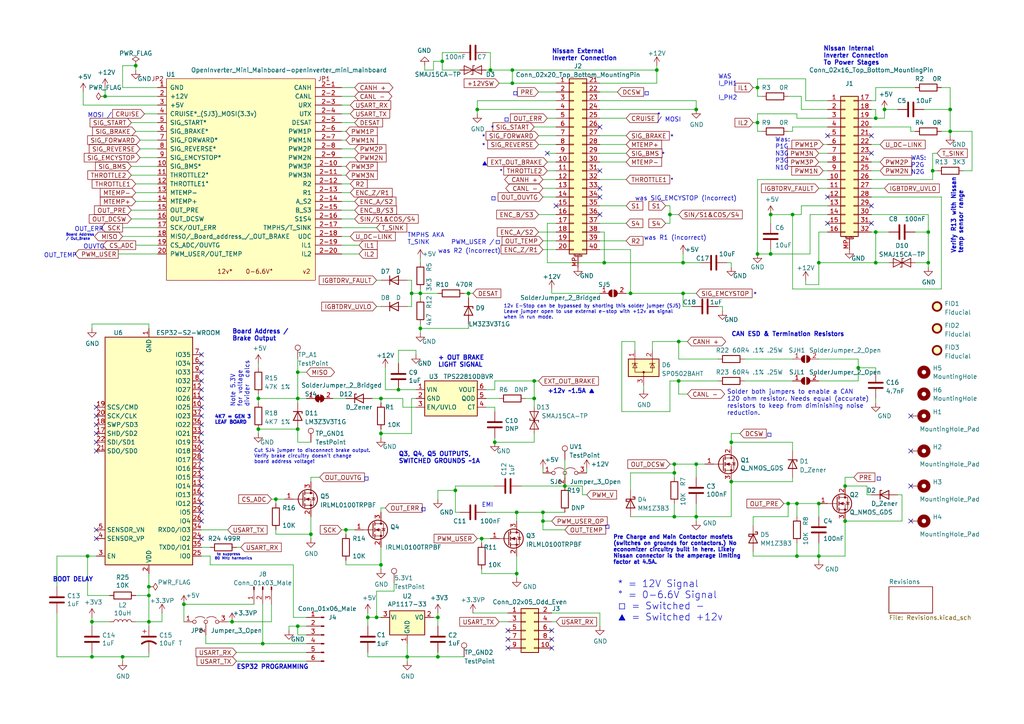
<source format=kicad_sch>
(kicad_sch (version 20211123) (generator eeschema)
  (paper "A4")
  (title_block (title "Gen 3 Nissan Leaf Mini Mainboard Adapter") (date "2023-10-05") (rev "V0.0.3"))
  (lib_symbols
    (symbol "Connector:Conn_01x03_Male" (pin_names (offset 1.016) hide)
      (property "Reference" "J" (at 0 5.08 0))
      (property "Value" "Conn_01x03_Male" (at 0 -5.08 0))
      (symbol "Conn_01x03_Male_1_1"
        (pin passive line (at 5.08 2.54 180) (length 3.81) (name "Pin_1") (number "1"))
        (pin passive line (at 5.08 0 180) (length 3.81) (name "Pin_2") (number "2"))
        (pin passive line (at 5.08 -2.54 180) (length 3.81) (name "Pin_3") (number "3"))
      )
    )
    (symbol "Connector:Conn_01x06_Male" (pin_names (offset 1.016) hide)
      (property "Reference" "J" (at 0 7.62 0))
      (property "Value" "Conn_01x06_Male" (at 0 -10.16 0))
      (symbol "Conn_01x06_Male_1_1"
        (pin passive line (at 5.08 5.08 180) (length 3.81) (name "Pin_1") (number "1"))
        (pin passive line (at 5.08 2.54 180) (length 3.81) (name "Pin_2") (number "2"))
        (pin passive line (at 5.08 0 180) (length 3.81) (name "Pin_3") (number "3"))
        (pin passive line (at 5.08 -2.54 180) (length 3.81) (name "Pin_4") (number "4"))
        (pin passive line (at 5.08 -5.08 180) (length 3.81) (name "Pin_5") (number "5"))
        (pin passive line (at 5.08 -7.62 180) (length 3.81) (name "Pin_6") (number "6"))
      )
    )
    (symbol "Connector:TestPoint" (pin_numbers hide) (pin_names (offset 0.762) hide)
      (property "Reference" "TP" (at 0 6.858 0))
      (property "Value" "TestPoint" (at 0 5.08 0))
      (symbol "TestPoint_1_1"
        (pin passive line (at 0 0 90) (length 2.54) (name "1") (number "1"))
      )
    )
    (symbol "Connector_Generic:Conn_02x05_Odd_Even" (pin_names (offset 1.016) hide)
      (property "Reference" "J" (at 1.27 7.62 0))
      (property "Value" "Conn_02x05_Odd_Even" (at 1.27 -7.62 0))
      (symbol "Conn_02x05_Odd_Even_1_1"
        (pin passive line (at -5.08 5.08 0) (length 3.81) (name "Pin_1") (number "1"))
        (pin passive line (at 7.62 -5.08 180) (length 3.81) (name "Pin_10") (number "10"))
        (pin passive line (at 7.62 5.08 180) (length 3.81) (name "Pin_2") (number "2"))
        (pin passive line (at -5.08 2.54 0) (length 3.81) (name "Pin_3") (number "3"))
        (pin passive line (at 7.62 2.54 180) (length 3.81) (name "Pin_4") (number "4"))
        (pin passive line (at -5.08 0 0) (length 3.81) (name "Pin_5") (number "5"))
        (pin passive line (at 7.62 0 180) (length 3.81) (name "Pin_6") (number "6"))
        (pin passive line (at -5.08 -2.54 0) (length 3.81) (name "Pin_7") (number "7"))
        (pin passive line (at 7.62 -2.54 180) (length 3.81) (name "Pin_8") (number "8"))
        (pin passive line (at -5.08 -5.08 0) (length 3.81) (name "Pin_9") (number "9"))
      )
    )
    (symbol "Connector_Generic_MountingPin:Conn_02x16_Top_Bottom_MountingPin" (pin_names (offset 1.016) hide)
      (property "Reference" "J" (at 1.27 20.32 0))
      (property "Value" "Conn_02x16_Top_Bottom_MountingPin" (at 2.54 -22.86 0))
      (symbol "Conn_02x16_Top_Bottom_MountingPin_1_1"
        (text "Mounting" (at 1.27 -21.971 0) (effects (font (size 0.381 0.381))))
        (pin passive line (at -5.08 17.78 0) (length 3.81) (name "Pin_1") (number "1"))
        (pin passive line (at -5.08 -5.08 0) (length 3.81) (name "Pin_10") (number "10"))
        (pin passive line (at -5.08 -7.62 0) (length 3.81) (name "Pin_11") (number "11"))
        (pin passive line (at -5.08 -10.16 0) (length 3.81) (name "Pin_12") (number "12"))
        (pin passive line (at -5.08 -12.7 0) (length 3.81) (name "Pin_13") (number "13"))
        (pin passive line (at -5.08 -15.24 0) (length 3.81) (name "Pin_14") (number "14"))
        (pin passive line (at -5.08 -17.78 0) (length 3.81) (name "Pin_15") (number "15"))
        (pin passive line (at -5.08 -20.32 0) (length 3.81) (name "Pin_16") (number "16"))
        (pin passive line (at 7.62 17.78 180) (length 3.81) (name "Pin_17") (number "17"))
        (pin passive line (at 7.62 15.24 180) (length 3.81) (name "Pin_18") (number "18"))
        (pin passive line (at 7.62 12.7 180) (length 3.81) (name "Pin_19") (number "19"))
        (pin passive line (at -5.08 15.24 0) (length 3.81) (name "Pin_2") (number "2"))
        (pin passive line (at 7.62 10.16 180) (length 3.81) (name "Pin_20") (number "20"))
        (pin passive line (at 7.62 7.62 180) (length 3.81) (name "Pin_21") (number "21"))
        (pin passive line (at 7.62 5.08 180) (length 3.81) (name "Pin_22") (number "22"))
        (pin passive line (at 7.62 2.54 180) (length 3.81) (name "Pin_23") (number "23"))
        (pin passive line (at 7.62 0 180) (length 3.81) (name "Pin_24") (number "24"))
        (pin passive line (at 7.62 -2.54 180) (length 3.81) (name "Pin_25") (number "25"))
        (pin passive line (at 7.62 -5.08 180) (length 3.81) (name "Pin_26") (number "26"))
        (pin passive line (at 7.62 -7.62 180) (length 3.81) (name "Pin_27") (number "27"))
        (pin passive line (at 7.62 -10.16 180) (length 3.81) (name "Pin_28") (number "28"))
        (pin passive line (at 7.62 -12.7 180) (length 3.81) (name "Pin_29") (number "29"))
        (pin passive line (at -5.08 12.7 0) (length 3.81) (name "Pin_3") (number "3"))
        (pin passive line (at 7.62 -15.24 180) (length 3.81) (name "Pin_30") (number "30"))
        (pin passive line (at 7.62 -17.78 180) (length 3.81) (name "Pin_31") (number "31"))
        (pin passive line (at 7.62 -20.32 180) (length 3.81) (name "Pin_32") (number "32"))
        (pin passive line (at -5.08 10.16 0) (length 3.81) (name "Pin_4") (number "4"))
        (pin passive line (at -5.08 7.62 0) (length 3.81) (name "Pin_5") (number "5"))
        (pin passive line (at -5.08 5.08 0) (length 3.81) (name "Pin_6") (number "6"))
        (pin passive line (at -5.08 2.54 0) (length 3.81) (name "Pin_7") (number "7"))
        (pin passive line (at -5.08 0 0) (length 3.81) (name "Pin_8") (number "8"))
        (pin passive line (at -5.08 -2.54 0) (length 3.81) (name "Pin_9") (number "9"))
        (pin passive line (at 1.27 -25.4 90) (length 3.048) (name "MountPin") (number "MP"))
      )
    )
    (symbol "Connector_Generic_MountingPin:Conn_02x20_Top_Bottom_MountingPin" (pin_names (offset 1.016) hide)
      (property "Reference" "J" (at 1.27 25.4 0))
      (property "Value" "Conn_02x20_Top_Bottom_MountingPin" (at 2.54 -27.94 0))
      (symbol "Conn_02x20_Top_Bottom_MountingPin_1_1"
        (text "Mounting" (at 1.27 -27.051 0) (effects (font (size 0.381 0.381))))
        (pin passive line (at -5.08 22.86 0) (length 3.81) (name "Pin_1") (number "1"))
        (pin passive line (at -5.08 0 0) (length 3.81) (name "Pin_10") (number "10"))
        (pin passive line (at -5.08 -2.54 0) (length 3.81) (name "Pin_11") (number "11"))
        (pin passive line (at -5.08 -5.08 0) (length 3.81) (name "Pin_12") (number "12"))
        (pin passive line (at -5.08 -7.62 0) (length 3.81) (name "Pin_13") (number "13"))
        (pin passive line (at -5.08 -10.16 0) (length 3.81) (name "Pin_14") (number "14"))
        (pin passive line (at -5.08 -12.7 0) (length 3.81) (name "Pin_15") (number "15"))
        (pin passive line (at -5.08 -15.24 0) (length 3.81) (name "Pin_16") (number "16"))
        (pin passive line (at -5.08 -17.78 0) (length 3.81) (name "Pin_17") (number "17"))
        (pin passive line (at -5.08 -20.32 0) (length 3.81) (name "Pin_18") (number "18"))
        (pin passive line (at -5.08 -22.86 0) (length 3.81) (name "Pin_19") (number "19"))
        (pin passive line (at -5.08 20.32 0) (length 3.81) (name "Pin_2") (number "2"))
        (pin passive line (at -5.08 -25.4 0) (length 3.81) (name "Pin_20") (number "20"))
        (pin passive line (at 7.62 22.86 180) (length 3.81) (name "Pin_21") (number "21"))
        (pin passive line (at 7.62 20.32 180) (length 3.81) (name "Pin_22") (number "22"))
        (pin passive line (at 7.62 17.78 180) (length 3.81) (name "Pin_23") (number "23"))
        (pin passive line (at 7.62 15.24 180) (length 3.81) (name "Pin_24") (number "24"))
        (pin passive line (at 7.62 12.7 180) (length 3.81) (name "Pin_25") (number "25"))
        (pin passive line (at 7.62 10.16 180) (length 3.81) (name "Pin_26") (number "26"))
        (pin passive line (at 7.62 7.62 180) (length 3.81) (name "Pin_27") (number "27"))
        (pin passive line (at 7.62 5.08 180) (length 3.81) (name "Pin_28") (number "28"))
        (pin passive line (at 7.62 2.54 180) (length 3.81) (name "Pin_29") (number "29"))
        (pin passive line (at -5.08 17.78 0) (length 3.81) (name "Pin_3") (number "3"))
        (pin passive line (at 7.62 0 180) (length 3.81) (name "Pin_30") (number "30"))
        (pin passive line (at 7.62 -2.54 180) (length 3.81) (name "Pin_31") (number "31"))
        (pin passive line (at 7.62 -5.08 180) (length 3.81) (name "Pin_32") (number "32"))
        (pin passive line (at 7.62 -7.62 180) (length 3.81) (name "Pin_33") (number "33"))
        (pin passive line (at 7.62 -10.16 180) (length 3.81) (name "Pin_34") (number "34"))
        (pin passive line (at 7.62 -12.7 180) (length 3.81) (name "Pin_35") (number "35"))
        (pin passive line (at 7.62 -15.24 180) (length 3.81) (name "Pin_36") (number "36"))
        (pin passive line (at 7.62 -17.78 180) (length 3.81) (name "Pin_37") (number "37"))
        (pin passive line (at 7.62 -20.32 180) (length 3.81) (name "Pin_38") (number "38"))
        (pin passive line (at 7.62 -22.86 180) (length 3.81) (name "Pin_39") (number "39"))
        (pin passive line (at -5.08 15.24 0) (length 3.81) (name "Pin_4") (number "4"))
        (pin passive line (at 7.62 -25.4 180) (length 3.81) (name "Pin_40") (number "40"))
        (pin passive line (at -5.08 12.7 0) (length 3.81) (name "Pin_5") (number "5"))
        (pin passive line (at -5.08 10.16 0) (length 3.81) (name "Pin_6") (number "6"))
        (pin passive line (at -5.08 7.62 0) (length 3.81) (name "Pin_7") (number "7"))
        (pin passive line (at -5.08 5.08 0) (length 3.81) (name "Pin_8") (number "8"))
        (pin passive line (at -5.08 2.54 0) (length 3.81) (name "Pin_9") (number "9"))
        (pin passive line (at 1.27 -30.48 90) (length 3.048) (name "MountPin") (number "MP"))
      )
    )
    (symbol "Device:C" (pin_numbers hide) (pin_names (offset 0.254))
      (property "Reference" "C" (at 0.635 2.54 0))
      (property "Value" "C" (at 0.635 -2.54 0))
      (symbol "C_1_1"
        (pin passive line (at 0 3.81 270) (length 2.794) (name "~") (number "1"))
        (pin passive line (at 0 -3.81 90) (length 2.794) (name "~") (number "2"))
      )
    )
    (symbol "Device:D" (pin_numbers hide) (pin_names (offset 1.016) hide)
      (property "Reference" "D" (at 0 2.54 0))
      (property "Value" "D" (at 0 -2.54 0))
      (symbol "D_1_1"
        (pin passive line (at -3.81 0 0) (length 2.54) (name "K") (number "1"))
        (pin passive line (at 3.81 0 180) (length 2.54) (name "A") (number "2"))
      )
    )
    (symbol "Device:D_Zener" (pin_numbers hide) (pin_names (offset 1.016) hide)
      (property "Reference" "D" (at 0 2.54 0))
      (property "Value" "D_Zener" (at 0 -2.54 0))
      (symbol "D_Zener_1_1"
        (pin passive line (at -3.81 0 0) (length 2.54) (name "K") (number "1"))
        (pin passive line (at 3.81 0 180) (length 2.54) (name "A") (number "2"))
      )
    )
    (symbol "Device:L" (pin_numbers hide) (pin_names (offset 1.016) hide)
      (property "Reference" "L" (at -1.27 0 90))
      (property "Value" "L" (at 1.905 0 90))
      (symbol "L_1_1"
        (pin passive line (at 0 3.81 270) (length 1.27) (name "1") (number "1"))
        (pin passive line (at 0 -3.81 90) (length 1.27) (name "2") (number "2"))
      )
    )
    (symbol "Device:Q_NMOS_GDS" (pin_names (offset 0) hide)
      (property "Reference" "Q" (at 5.08 1.27 0))
      (property "Value" "Q_NMOS_GDS" (at 5.08 -1.27 0))
      (symbol "Q_NMOS_GDS_1_1"
        (pin input line (at -5.08 0 0) (length 2.54) (name "G") (number "1"))
        (pin passive line (at 2.54 5.08 270) (length 2.54) (name "D") (number "2"))
        (pin passive line (at 2.54 -5.08 90) (length 2.54) (name "S") (number "3"))
      )
    )
    (symbol "Device:R" (pin_numbers hide) (pin_names (offset 0))
      (property "Reference" "R" (at 2.032 0 90))
      (property "Value" "R" (at 0 0 90))
      (symbol "R_1_1"
        (pin passive line (at 0 3.81 270) (length 1.27) (name "~") (number "1"))
        (pin passive line (at 0 -3.81 90) (length 1.27) (name "~") (number "2"))
      )
    )
    (symbol "Diode:BAT42W-V" (pin_numbers hide) (pin_names (offset 1.016) hide)
      (property "Reference" "D" (at 0 2.54 0))
      (property "Value" "BAT42W-V" (at 0 -2.54 0))
      (symbol "BAT42W-V_1_1"
        (pin passive line (at -3.81 0 0) (length 2.54) (name "K") (number "1"))
        (pin passive line (at 3.81 0 180) (length 2.54) (name "A") (number "2"))
      )
    )
    (symbol "Diode:BZX384xxxx" (pin_numbers hide) (pin_names hide)
      (property "Reference" "D" (at 0 2.54 0))
      (property "Value" "BZX384xxxx" (at 0 -2.54 0))
      (symbol "BZX384xxxx_1_1"
        (pin passive line (at -3.81 0 0) (length 2.54) (name "K") (number "1"))
        (pin passive line (at 3.81 0 180) (length 2.54) (name "A") (number "2"))
      )
    )
    (symbol "Diode:SD24_SOD323" (pin_numbers hide) (pin_names (offset 1.016) hide)
      (property "Reference" "D" (at 0 2.54 0))
      (property "Value" "SD24_SOD323" (at 0 -2.54 0))
      (symbol "SD24_SOD323_1_1"
        (pin passive line (at -3.81 0 0) (length 2.54) (name "A1") (number "1"))
        (pin passive line (at 3.81 0 180) (length 2.54) (name "A2") (number "2"))
      )
    )
    (symbol "Gen-3-Leaf-Adapter-rescue:CP1-Device" (pin_numbers hide) (pin_names (offset 0.254) hide)
      (property "Reference" "C" (at 0.635 2.54 0))
      (property "Value" "CP1-Device" (at 0.635 -2.54 0))
      (symbol "CP1-Device_1_1"
        (pin passive line (at 0 3.81 270) (length 2.794) (name "~") (number "1"))
        (pin passive line (at 0 -3.81 90) (length 3.302) (name "~") (number "2"))
      )
    )
    (symbol "Jumper:Jumper_3_Open" (pin_names (offset 0) hide)
      (property "Reference" "JP" (at -2.54 -2.54 0))
      (property "Value" "Jumper_3_Open" (at 0 2.794 0))
      (symbol "Jumper_3_Open_1_1"
        (pin passive line (at -6.35 0 0) (length 2.54) (name "A") (number "1"))
        (pin passive line (at 0 -3.81 90) (length 2.54) (name "C") (number "2"))
        (pin passive line (at 6.35 0 180) (length 2.54) (name "B") (number "3"))
      )
    )
    (symbol "Jumper:SolderJumper_2_Bridged" (pin_names (offset 0) hide)
      (property "Reference" "JP" (at 0 2.032 0))
      (property "Value" "SolderJumper_2_Bridged" (at 0 -2.54 0))
      (symbol "SolderJumper_2_Bridged_1_1"
        (pin passive line (at -3.81 0 0) (length 2.54) (name "A") (number "1"))
        (pin passive line (at 3.81 0 180) (length 2.54) (name "B") (number "2"))
      )
    )
    (symbol "Jumper:SolderJumper_2_Open" (pin_names (offset 0) hide)
      (property "Reference" "JP" (at 0 2.032 0))
      (property "Value" "SolderJumper_2_Open" (at 0 -2.54 0))
      (symbol "SolderJumper_2_Open_1_1"
        (pin passive line (at -3.81 0 0) (length 2.54) (name "A") (number "1"))
        (pin passive line (at 3.81 0 180) (length 2.54) (name "B") (number "2"))
      )
    )
    (symbol "Mechanical:Fiducial"
      (property "Reference" "FID" (at 0 5.08 0))
      (property "Value" "Fiducial" (at 0 3.175 0))
    )
    (symbol "Mechanical:MountingHole" (pin_names (offset 1.016))
      (property "Reference" "H" (at 0 5.08 0))
      (property "Value" "MountingHole" (at 0 3.175 0))
    )
    (symbol "Mechanical:MountingHole_Pad" (pin_numbers hide) (pin_names (offset 1.016) hide)
      (property "Reference" "H" (at 0 6.35 0))
      (property "Value" "MountingHole_Pad" (at 0 4.445 0))
      (symbol "MountingHole_Pad_1_1"
        (pin input line (at 0 -2.54 90) (length 2.54) (name "1") (number "1"))
      )
    )
    (symbol "Open_Inverter:OpenInverter_Mini_Mainboard-openinverter_mini_mainboard" (pin_names (offset 1.016))
      (property "Reference" "U1" (at -21.59 26.67 0))
      (property "Value" "OpenInverter_Mini_Mainboard-openinverter_mini_mainboard" (at 12.7 27.94 0))
      (symbol "OpenInverter_Mini_Mainboard-openinverter_mini_mainboard_0_0"
        (text "12v*    0-6.6V°" (at 0 -30.48 0) (effects (font (size 1.27 1.27))))
        (text "JP1" (at 22.86 25.4 0) (effects (font (size 1.27 1.27))))
        (text "JP2" (at -25.4 25.4 0) (effects (font (size 1.27 1.27))))
        (text "v2" (at 17.78 -30.48 0) (effects (font (size 1.27 1.27))))
      )
      (symbol "OpenInverter_Mini_Mainboard-openinverter_mini_mainboard_1_1"
        (pin power_in line (at -25.4 22.86 0) (length 2.54) (name "GND") (number "1"))
        (pin input line (at -25.4 0 0) (length 2.54) (name "SIG_BMS*") (number "10"))
        (pin input line (at -25.4 -2.54 0) (length 2.54) (name "THROTTLE2°") (number "11"))
        (pin input line (at -25.4 -5.08 0) (length 2.54) (name "THROTTLE1°") (number "12"))
        (pin input line (at -25.4 -7.62 0) (length 2.54) (name "MTEMP-") (number "13"))
        (pin input line (at -25.4 -10.16 0) (length 2.54) (name "MTEMP+") (number "14"))
        (pin output line (at -25.4 -12.7 0) (length 2.54) (name "OUT_PRE") (number "15"))
        (pin output line (at -25.4 -15.24 0) (length 2.54) (name "OUT_DCSW") (number "16"))
        (pin bidirectional line (at -25.4 -17.78 0) (length 2.54) (name "SCK/OUT_ERR") (number "17"))
        (pin bidirectional line (at -25.4 -20.32 0) (length 2.54) (name "MISO/_Board_address_/_OUT_BRAKE") (number "18"))
        (pin bidirectional line (at -25.4 -22.86 0) (length 2.54) (name "CS_ADC/OUVTG") (number "19"))
        (pin power_in line (at -25.4 20.32 0) (length 2.54) (name "+12V") (number "2"))
        (pin bidirectional line (at 27.94 22.86 180) (length 7.62) (name "CANH") (number "2-1"))
        (pin output line (at 27.94 0 180) (length 7.62) (name "PWM3P") (number "2-10"))
        (pin output line (at 27.94 -2.54 180) (length 7.62) (name "PWM3N") (number "2-11"))
        (pin bidirectional line (at 27.94 -5.08 180) (length 7.62) (name "R2") (number "2-12"))
        (pin bidirectional line (at 27.94 -7.62 180) (length 7.62) (name "R1") (number "2-13"))
        (pin bidirectional line (at 27.94 -10.16 180) (length 7.62) (name "A_S2") (number "2-14"))
        (pin bidirectional line (at 27.94 -12.7 180) (length 7.62) (name "B_S3") (number "2-15"))
        (pin bidirectional line (at 27.94 -15.24 180) (length 7.62) (name "S1S4") (number "2-16"))
        (pin bidirectional line (at 27.94 -17.78 180) (length 7.62) (name "TMPHS/T_SINK") (number "2-17"))
        (pin bidirectional line (at 27.94 -20.32 180) (length 7.62) (name "UDC") (number "2-18"))
        (pin bidirectional line (at 27.94 -22.86 180) (length 7.62) (name "IL1") (number "2-19"))
        (pin bidirectional line (at 27.94 20.32 180) (length 7.62) (name "CANL") (number "2-2"))
        (pin bidirectional line (at 27.94 -25.4 180) (length 7.62) (name "IL2") (number "2-20"))
        (pin input line (at 27.94 17.78 180) (length 7.62) (name "URX") (number "2-3"))
        (pin output line (at 27.94 15.24 180) (length 7.62) (name "UTX") (number "2-4"))
        (pin input line (at 27.94 12.7 180) (length 7.62) (name "DESAT") (number "2-5"))
        (pin output line (at 27.94 10.16 180) (length 7.62) (name "PWM1P") (number "2-6"))
        (pin output line (at 27.94 7.62 180) (length 7.62) (name "PWM1N") (number "2-7"))
        (pin output line (at 27.94 5.08 180) (length 7.62) (name "PWM2P") (number "2-8"))
        (pin output line (at 27.94 2.54 180) (length 7.62) (name "PWM2N") (number "2-9"))
        (pin bidirectional line (at -25.4 -25.4 0) (length 2.54) (name "PWM_USER/OUT_TEMP") (number "20"))
        (pin power_out line (at -25.4 17.78 0) (length 2.54) (name "+5V") (number "3"))
        (pin input line (at -25.4 15.24 0) (length 2.54) (name "CRUISE*_(SJ3)_MOSI(3.3v)") (number "4"))
        (pin input line (at -25.4 12.7 0) (length 2.54) (name "SIG_START*") (number "5"))
        (pin input line (at -25.4 10.16 0) (length 2.54) (name "SIG_BRAKE*") (number "6"))
        (pin input line (at -25.4 7.62 0) (length 2.54) (name "SIG_FORWARD*") (number "7"))
        (pin input line (at -25.4 5.08 0) (length 2.54) (name "SIG_REVERSE*") (number "8"))
        (pin input line (at -25.4 2.54 0) (length 2.54) (name "SIG_EMCYSTOP*") (number "9"))
      )
    )
    (symbol "Power_Management:TPS22810DRV"
      (property "Reference" "U3" (at -5.08 6.35 0))
      (property "Value" "TPS22810DRV" (at 5.08 6.35 0))
      (symbol "TPS22810DRV_1_1"
        (pin power_in line (at -10.16 2.54 0) (length 2.54) (name "VIN") (number "1"))
        (pin power_in line (at -10.16 0 0) (length 2.54) (name "GND") (number "2"))
        (pin input line (at -10.16 -2.54 0) (length 2.54) (name "EN/UVLO") (number "3"))
        (pin output line (at 10.16 -2.54 180) (length 2.54) (name "CT") (number "4"))
        (pin open_collector line (at 10.16 0 180) (length 2.54) (name "QOD") (number "5"))
        (pin power_out line (at 10.16 2.54 180) (length 2.54) (name "VOUT") (number "6"))
      )
    )
    (symbol "Power_Protection:SP0502BAHT" (pin_names hide)
      (property "Reference" "D" (at 5.715 2.54 0))
      (property "Value" "SP0502BAHT" (at 5.715 0.635 0))
      (symbol "SP0502BAHT_0_0"
        (pin passive line (at 0 -5.08 90) (length 2.54) (name "A") (number "3"))
      )
      (symbol "SP0502BAHT_1_1"
        (pin passive line (at -2.54 5.08 270) (length 2.54) (name "K") (number "1"))
        (pin passive line (at 2.54 5.08 270) (length 2.54) (name "K") (number "2"))
      )
    )
    (symbol "RF_Module:ESP32-WROOM-32"
      (property "Reference" "U" (at -12.7 34.29 0))
      (property "Value" "ESP32-WROOM-32" (at 1.27 34.29 0))
      (symbol "ESP32-WROOM-32_1_1"
        (pin power_in line (at 0 -35.56 90) (length 2.54) (name "GND") (number "1"))
        (pin bidirectional line (at 15.24 -12.7 180) (length 2.54) (name "IO25") (number "10"))
        (pin bidirectional line (at 15.24 -15.24 180) (length 2.54) (name "IO26") (number "11"))
        (pin bidirectional line (at 15.24 -17.78 180) (length 2.54) (name "IO27") (number "12"))
        (pin bidirectional line (at 15.24 10.16 180) (length 2.54) (name "IO14") (number "13"))
        (pin bidirectional line (at 15.24 15.24 180) (length 2.54) (name "IO12") (number "14"))
        (pin passive line (at 0 -35.56 90) (length 2.54) hide (name "GND") (number "15"))
        (pin bidirectional line (at 15.24 12.7 180) (length 2.54) (name "IO13") (number "16"))
        (pin bidirectional line (at -15.24 -5.08 0) (length 2.54) (name "SHD/SD2") (number "17"))
        (pin bidirectional line (at -15.24 -7.62 0) (length 2.54) (name "SWP/SD3") (number "18"))
        (pin bidirectional line (at -15.24 -12.7 0) (length 2.54) (name "SCS/CMD") (number "19"))
        (pin power_in line (at 0 35.56 270) (length 2.54) (name "VDD") (number "2"))
        (pin bidirectional line (at -15.24 -10.16 0) (length 2.54) (name "SCK/CLK") (number "20"))
        (pin bidirectional line (at -15.24 0 0) (length 2.54) (name "SDO/SD0") (number "21"))
        (pin bidirectional line (at -15.24 -2.54 0) (length 2.54) (name "SDI/SD1") (number "22"))
        (pin bidirectional line (at 15.24 7.62 180) (length 2.54) (name "IO15") (number "23"))
        (pin bidirectional line (at 15.24 25.4 180) (length 2.54) (name "IO2") (number "24"))
        (pin bidirectional line (at 15.24 30.48 180) (length 2.54) (name "IO0") (number "25"))
        (pin bidirectional line (at 15.24 20.32 180) (length 2.54) (name "IO4") (number "26"))
        (pin bidirectional line (at 15.24 5.08 180) (length 2.54) (name "IO16") (number "27"))
        (pin bidirectional line (at 15.24 2.54 180) (length 2.54) (name "IO17") (number "28"))
        (pin bidirectional line (at 15.24 17.78 180) (length 2.54) (name "IO5") (number "29"))
        (pin input line (at -15.24 30.48 0) (length 2.54) (name "EN") (number "3"))
        (pin bidirectional line (at 15.24 0 180) (length 2.54) (name "IO18") (number "30"))
        (pin bidirectional line (at 15.24 -2.54 180) (length 2.54) (name "IO19") (number "31"))
        (pin no_connect line (at -12.7 -27.94 0) (length 2.54) hide (name "NC") (number "32"))
        (pin bidirectional line (at 15.24 -5.08 180) (length 2.54) (name "IO21") (number "33"))
        (pin bidirectional line (at 15.24 22.86 180) (length 2.54) (name "RXD0/IO3") (number "34"))
        (pin bidirectional line (at 15.24 27.94 180) (length 2.54) (name "TXD0/IO1") (number "35"))
        (pin bidirectional line (at 15.24 -7.62 180) (length 2.54) (name "IO22") (number "36"))
        (pin bidirectional line (at 15.24 -10.16 180) (length 2.54) (name "IO23") (number "37"))
        (pin passive line (at 0 -35.56 90) (length 2.54) hide (name "GND") (number "38"))
        (pin passive line (at 0 -35.56 90) (length 2.54) hide (name "GND") (number "39"))
        (pin input line (at -15.24 25.4 0) (length 2.54) (name "SENSOR_VP") (number "4"))
        (pin input line (at -15.24 22.86 0) (length 2.54) (name "SENSOR_VN") (number "5"))
        (pin input line (at 15.24 -25.4 180) (length 2.54) (name "IO34") (number "6"))
        (pin input line (at 15.24 -27.94 180) (length 2.54) (name "IO35") (number "7"))
        (pin bidirectional line (at 15.24 -20.32 180) (length 2.54) (name "IO32") (number "8"))
        (pin bidirectional line (at 15.24 -22.86 180) (length 2.54) (name "IO33") (number "9"))
      )
    )
    (symbol "Regulator_Linear:AP1117-33" (pin_names (offset 0.254))
      (property "Reference" "U" (at -3.81 3.175 0))
      (property "Value" "AP1117-33" (at 0 3.175 0))
      (symbol "AP1117-33_1_1"
        (pin power_in line (at 0 -7.62 90) (length 2.54) (name "GND") (number "1"))
        (pin power_out line (at 7.62 0 180) (length 2.54) (name "VO") (number "2"))
        (pin power_in line (at -7.62 0 0) (length 2.54) (name "VI") (number "3"))
      )
    )
    (symbol "Transistor_FET:2N7002" (pin_names hide)
      (property "Reference" "Q" (at 5.08 1.905 0))
      (property "Value" "2N7002" (at 5.08 0 0))
      (symbol "2N7002_1_1"
        (pin input line (at -5.08 0 0) (length 2.54) (name "G") (number "1"))
        (pin passive line (at 2.54 -5.08 90) (length 2.54) (name "S") (number "2"))
        (pin passive line (at 2.54 5.08 270) (length 2.54) (name "D") (number "3"))
      )
    )
    (symbol "power:+12V" (power) (pin_names (offset 0))
      (property "Value" "+12V" (at 0 3.556 0))
      (symbol "+12V_1_1"
        (pin power_in line (at 0 0 90) (length 0) hide (name "+12V") (number "1"))
      )
    )
    (symbol "power:+3.3V" (power) (pin_names (offset 0))
      (property "Value" "+3.3V" (at 0 3.556 0))
      (symbol "+3.3V_1_1"
        (pin power_in line (at 0 0 90) (length 0) hide (name "+3V3") (number "1"))
      )
    )
    (symbol "power:+3.3VP" (power) (pin_names (offset 0))
      (property "Value" "+3.3VP" (at 0 2.54 0))
      (symbol "+3.3VP_0_0"
        (pin power_in line (at 0 0 90) (length 0) hide (name "+3.3VP") (number "1"))
      )
    )
    (symbol "power:+5V" (power) (pin_names (offset 0))
      (property "Value" "+5V" (at 0 3.556 0))
      (symbol "+5V_1_1"
        (pin power_in line (at 0 0 90) (length 0) hide (name "+5V") (number "1"))
      )
    )
    (symbol "power:GND" (power) (pin_names (offset 0))
      (property "Value" "GND" (at 0 -3.81 0))
      (symbol "GND_1_1"
        (pin power_in line (at 0 0 270) (length 0) hide (name "GND") (number "1"))
      )
    )
    (symbol "power:PWR_FLAG" (power) (pin_numbers hide) (pin_names (offset 0) hide)
      (property "Value" "PWR_FLAG" (at 0 3.81 0))
      (symbol "PWR_FLAG_0_0"
        (pin power_out line (at 0 0 90) (length 0) (name "pwr") (number "1"))
      )
    )
  )
  (junction (at 43.18 180.34))
  (junction (at 149.86 148.59))
  (junction (at 245.11 151.13))
  (junction (at 39.37 19.05))
  (junction (at 275.59 38.1))
  (junction (at 212.09 139.7))
  (junction (at 74.93 115.57))
  (junction (at 223.52 73.66))
  (junction (at 229.87 62.23))
  (junction (at 118.11 190.5))
  (junction (at 154.94 115.57))
  (junction (at 53.34 175.26))
  (junction (at 201.93 31.75))
  (junction (at 109.22 179.07))
  (junction (at 237.49 161.29))
  (junction (at 163.83 140.97))
  (junction (at 245.11 140.97))
  (junction (at 154.94 110.49))
  (junction (at 128.27 17.78))
  (junction (at 237.49 76.2))
  (junction (at 219.71 25.4))
  (junction (at 121.92 95.25))
  (junction (at 74.93 124.46))
  (junction (at 67.31 180.34))
  (junction (at 110.49 163.83))
  (junction (at 110.49 125.73))
  (junction (at 248.92 106.68))
  (junction (at 110.49 115.57))
  (junction (at 182.88 85.09))
  (junction (at 143.51 128.27))
  (junction (at 157.48 151.13))
  (junction (at 195.58 149.86))
  (junction (at 195.58 134.62))
  (junction (at 86.36 107.95))
  (junction (at 86.36 124.46))
  (junction (at 269.24 76.2))
  (junction (at 148.59 20.32))
  (junction (at 190.5 20.32))
  (junction (at 80.01 144.78))
  (junction (at 269.24 67.31))
  (junction (at 223.52 62.23))
  (junction (at 175.26 76.2))
  (junction (at 275.59 31.75))
  (junction (at 139.7 156.21))
  (junction (at 100.33 153.67))
  (junction (at 231.14 146.05))
  (junction (at 43.18 172.72))
  (junction (at 90.17 154.94))
  (junction (at 228.6 146.05))
  (junction (at 254 34.29))
  (junction (at 26.67 180.34))
  (junction (at 26.67 190.5))
  (junction (at 30.48 27.94))
  (junction (at 132.08 142.24))
  (junction (at 201.93 134.62))
  (junction (at 148.59 24.13))
  (junction (at 106.68 179.07))
  (junction (at 219.71 35.56))
  (junction (at 127 190.5))
  (junction (at 86.36 181.61))
  (junction (at 138.43 31.75))
  (junction (at 212.09 128.27))
  (junction (at 43.18 170.18))
  (junction (at 198.12 76.2))
  (junction (at 157.48 148.59))
  (junction (at 195.58 137.16))
  (junction (at 25.4 161.29))
  (junction (at 254 67.31))
  (junction (at 254 76.2))
  (junction (at 119.38 85.09))
  (junction (at 135.89 85.09))
  (junction (at 231.14 161.29))
  (junction (at 256.54 31.75))
  (junction (at 142.24 20.32))
  (junction (at 201.93 149.86))
  (junction (at 115.57 113.03))
  (junction (at 121.92 85.09))
  (junction (at 86.36 115.57))
  (junction (at 127 179.07))
  (junction (at 35.56 190.5))
  (junction (at 196.85 99.06))
  (junction (at 196.85 110.49))
  (junction (at 194.31 62.23))
  (junction (at 149.86 166.37))
  (junction (at 76.2 186.69))
  (junction (at 270.51 49.53))
  (junction (at 237.49 146.05))
  (junction (at 198.12 85.09))
  (junction (at 219.71 73.66))
  (no_connect (at 252.73 39.37))
  (no_connect (at 173.99 57.15))
  (no_connect (at 252.73 59.69))
  (no_connect (at 58.42 120.65))
  (no_connect (at 58.42 156.21))
  (no_connect (at 160.02 182.88))
  (no_connect (at 173.99 49.53))
  (no_connect (at 240.03 39.37))
  (no_connect (at 27.94 128.27))
  (no_connect (at 58.42 143.51))
  (no_connect (at 173.99 36.83))
  (no_connect (at 240.03 57.15))
  (no_connect (at 147.32 182.88))
  (no_connect (at 58.42 115.57))
  (no_connect (at 160.02 187.96))
  (no_connect (at 58.42 125.73))
  (no_connect (at 27.94 130.81))
  (no_connect (at 58.42 107.95))
  (no_connect (at 58.42 118.11))
  (no_connect (at 147.32 187.96))
  (no_connect (at 27.94 153.67))
  (no_connect (at 173.99 62.23))
  (no_connect (at 240.03 64.77))
  (no_connect (at 58.42 135.89))
  (no_connect (at 27.94 156.21))
  (no_connect (at 252.73 44.45))
  (no_connect (at 58.42 113.03))
  (no_connect (at 252.73 64.77))
  (no_connect (at 58.42 105.41))
  (no_connect (at 58.42 140.97))
  (no_connect (at 58.42 146.05))
  (no_connect (at 58.42 148.59))
  (no_connect (at 58.42 130.81))
  (no_connect (at 264.16 120.65))
  (no_connect (at 264.16 130.81))
  (no_connect (at 264.16 151.13))
  (no_connect (at 264.16 140.97))
  (no_connect (at 58.42 151.13))
  (no_connect (at 160.02 185.42))
  (no_connect (at 58.42 133.35))
  (no_connect (at 58.42 128.27))
  (no_connect (at 27.94 118.11))
  (no_connect (at 58.42 123.19))
  (no_connect (at 161.29 59.69))
  (no_connect (at 147.32 185.42))
  (no_connect (at 58.42 102.87))
  (no_connect (at 58.42 110.49))
  (no_connect (at 173.99 54.61))
  (no_connect (at 27.94 123.19))
  (no_connect (at 58.42 138.43))
  (no_connect (at 27.94 120.65))
  (no_connect (at 27.94 125.73))
  (no_connect (at 158.75 44.45))
  (wire (pts (xy 270.51 49.53) (xy 270.51 52.07)))
  (wire (pts (xy 86.36 104.14) (xy 86.36 107.95)))
  (wire (pts (xy 43.18 190.5) (xy 43.18 189.23)))
  (wire (pts (xy 254 115.57) (xy 254 116.84)))
  (wire (pts (xy 201.93 29.21) (xy 201.93 31.75)))
  (wire (pts (xy 151.13 140.97) (xy 163.83 140.97)))
  (wire (pts (xy 127 144.78) (xy 127 142.24)))
  (wire (pts (xy 90.17 149.86) (xy 90.17 154.94)))
  (wire (pts (xy 173.99 52.07) (xy 181.61 52.07)))
  (wire (pts (xy 43.18 95.25) (xy 43.18 93.98)))
  (wire (pts (xy 231.14 157.48) (xy 231.14 161.29)))
  (wire (pts (xy 78.74 144.78) (xy 80.01 144.78)))
  (wire (pts (xy 252.73 41.91) (xy 255.27 41.91)))
  (wire (pts (xy 212.09 139.7) (xy 212.09 149.86)))
  (wire (pts (xy 273.05 57.15) (xy 273.05 83.82)))
  (wire (pts (xy 190.5 24.13) (xy 190.5 20.32)))
  (wire (pts (xy 228.6 146.05) (xy 231.14 146.05)))
  (wire (pts (xy 219.71 25.4) (xy 219.71 22.86)))
  (wire (pts (xy 140.97 118.11) (xy 143.51 118.11)))
  (wire (pts (xy 218.44 161.29) (xy 231.14 161.29)))
  (wire (pts (xy 196.85 114.3) (xy 199.39 114.3)))
  (wire (pts (xy 182.88 72.39) (xy 182.88 85.09)))
  (wire (pts (xy 132.08 142.24) (xy 132.08 140.97)))
  (wire (pts (xy 175.26 67.31) (xy 173.99 67.31)))
  (wire (pts (xy 110.49 124.46) (xy 110.49 125.73)))
  (wire (pts (xy 121.92 85.09) (xy 127 85.09)))
  (wire (pts (xy 120.65 101.6) (xy 120.65 102.87)))
  (wire (pts (xy 238.76 146.05) (xy 237.49 146.05)))
  (wire (pts (xy 74.93 114.3) (xy 74.93 115.57)))
  (wire (pts (xy 223.52 72.39) (xy 223.52 73.66)))
  (wire (pts (xy 252.73 31.75) (xy 254 31.75)))
  (wire (pts (xy 26.67 93.98) (xy 26.67 95.25)))
  (wire (pts (xy 248.92 106.68) (xy 254 106.68)))
  (wire (pts (xy 228.6 27.94) (xy 232.41 27.94)))
  (wire (pts (xy 196.85 104.14) (xy 196.85 99.06)))
  (wire (pts (xy 121.92 74.93) (xy 121.92 76.2)))
  (wire (pts (xy 194.31 110.49) (xy 194.31 119.38)))
  (wire (pts (xy 201.93 149.86) (xy 212.09 149.86)))
  (wire (pts (xy 110.49 179.07) (xy 109.22 179.07)))
  (wire (pts (xy 143.51 118.11) (xy 143.51 119.38)))
  (wire (pts (xy 154.94 110.49) (xy 156.21 110.49)))
  (wire (pts (xy 128.27 15.24) (xy 128.27 17.78)))
  (wire (pts (xy 34.29 73.66) (xy 45.72 73.66)))
  (wire (pts (xy 111.76 113.03) (xy 115.57 113.03)))
  (wire (pts (xy 156.21 62.23) (xy 161.29 62.23)))
  (wire (pts (xy 26.67 181.61) (xy 26.67 180.34)))
  (wire (pts (xy 218.44 160.02) (xy 218.44 161.29)))
  (wire (pts (xy 115.57 105.41) (xy 115.57 101.6)))
  (wire (pts (xy 261.62 151.13) (xy 261.62 143.51)))
  (wire (pts (xy 43.18 180.34) (xy 43.18 181.61)))
  (wire (pts (xy 78.74 180.34) (xy 67.31 180.34)))
  (wire (pts (xy 119.38 125.73) (xy 110.49 125.73)))
  (wire (pts (xy 237.49 44.45) (xy 240.03 44.45)))
  (wire (pts (xy 99.06 33.02) (xy 101.6 33.02)))
  (wire (pts (xy 39.37 38.1) (xy 45.72 38.1)))
  (wire (pts (xy 237.49 146.05) (xy 237.49 149.86)))
  (wire (pts (xy 248.92 104.14) (xy 248.92 106.68)))
  (wire (pts (xy 134.62 85.09) (xy 135.89 85.09)))
  (wire (pts (xy 173.99 24.13) (xy 190.5 24.13)))
  (wire (pts (xy 219.71 27.94) (xy 219.71 25.4)))
  (wire (pts (xy 140.97 113.03) (xy 143.51 113.03)))
  (wire (pts (xy 58.42 158.75) (xy 60.96 158.75)))
  (wire (pts (xy 181.61 85.09) (xy 182.88 85.09)))
  (wire (pts (xy 40.64 40.64) (xy 45.72 40.64)))
  (wire (pts (xy 40.64 45.72) (xy 45.72 45.72)))
  (wire (pts (xy 265.43 67.31) (xy 269.24 67.31)))
  (wire (pts (xy 218.44 25.4) (xy 219.71 25.4)))
  (wire (pts (xy 238.76 41.91) (xy 240.03 41.91)))
  (wire (pts (xy 157.48 54.61) (xy 161.29 54.61)))
  (wire (pts (xy 102.87 45.72) (xy 99.06 45.72)))
  (wire (pts (xy 228.6 146.05) (xy 228.6 149.86)))
  (wire (pts (xy 26.67 179.07) (xy 26.67 180.34)))
  (wire (pts (xy 133.35 148.59) (xy 132.08 148.59)))
  (wire (pts (xy 16.51 190.5) (xy 26.67 190.5)))
  (wire (pts (xy 248.92 110.49) (xy 237.49 110.49)))
  (wire (pts (xy 123.19 20.32) (xy 125.73 20.32)))
  (wire (pts (xy 86.36 128.27) (xy 90.17 128.27)))
  (wire (pts (xy 39.37 53.34) (xy 45.72 53.34)))
  (wire (pts (xy 237.49 54.61) (xy 240.03 54.61)))
  (wire (pts (xy 143.51 127) (xy 143.51 128.27)))
  (wire (pts (xy 139.7 166.37) (xy 139.7 165.1)))
  (wire (pts (xy 173.99 72.39) (xy 182.88 72.39)))
  (wire (pts (xy 173.99 34.29) (xy 181.61 34.29)))
  (wire (pts (xy 58.42 161.29) (xy 60.96 161.29)))
  (wire (pts (xy 66.04 180.34) (xy 67.31 180.34)))
  (wire (pts (xy 30.48 27.94) (xy 45.72 27.94)))
  (wire (pts (xy 25.4 161.29) (xy 27.94 161.29)))
  (wire (pts (xy 99.06 53.34) (xy 101.6 53.34)))
  (wire (pts (xy 86.36 181.61) (xy 83.82 181.61)))
  (wire (pts (xy 254 25.4) (xy 254 29.21)))
  (wire (pts (xy 173.99 64.77) (xy 181.61 64.77)))
  (wire (pts (xy 100.33 153.67) (xy 100.33 154.94)))
  (wire (pts (xy 273.05 83.82) (xy 229.87 83.82)))
  (wire (pts (xy 88.9 184.15) (xy 86.36 184.15)))
  (wire (pts (xy 106.68 189.23) (xy 106.68 190.5)))
  (wire (pts (xy 182.88 149.86) (xy 195.58 149.86)))
  (wire (pts (xy 161.29 29.21) (xy 138.43 29.21)))
  (wire (pts (xy 99.06 30.48) (xy 101.6 30.48)))
  (wire (pts (xy 133.35 15.24) (xy 128.27 15.24)))
  (wire (pts (xy 180.34 99.06) (xy 184.15 99.06)))
  (wire (pts (xy 119.38 115.57) (xy 119.38 125.73)))
  (wire (pts (xy 140.97 115.57) (xy 144.78 115.57)))
  (wire (pts (xy 254 106.68) (xy 254 107.95)))
  (wire (pts (xy 39.37 20.32) (xy 39.37 19.05)))
  (wire (pts (xy 254 76.2) (xy 257.81 76.2)))
  (wire (pts (xy 139.7 156.21) (xy 139.7 157.48)))
  (wire (pts (xy 111.76 147.32) (xy 110.49 147.32)))
  (wire (pts (xy 109.22 88.9) (xy 110.49 88.9)))
  (wire (pts (xy 121.92 85.09) (xy 121.92 86.36)))
  (wire (pts (xy 223.52 73.66) (xy 234.95 73.66)))
  (wire (pts (xy 157.48 151.13) (xy 157.48 153.67)))
  (wire (pts (xy 195.58 134.62) (xy 195.58 137.16)))
  (wire (pts (xy 195.58 137.16) (xy 195.58 138.43)))
  (wire (pts (xy 142.24 20.32) (xy 148.59 20.32)))
  (wire (pts (xy 238.76 49.53) (xy 240.03 49.53)))
  (wire (pts (xy 157.48 148.59) (xy 157.48 151.13)))
  (wire (pts (xy 194.31 62.23) (xy 196.85 62.23)))
  (wire (pts (xy 39.37 55.88) (xy 45.72 55.88)))
  (wire (pts (xy 38.1 60.96) (xy 45.72 60.96)))
  (wire (pts (xy 35.56 190.5) (xy 43.18 190.5)))
  (wire (pts (xy 160.02 180.34) (xy 161.29 180.34)))
  (wire (pts (xy 38.1 48.26) (xy 45.72 48.26)))
  (wire (pts (xy 76.2 186.69) (xy 88.9 186.69)))
  (wire (pts (xy 237.49 161.29) (xy 245.11 161.29)))
  (wire (pts (xy 209.55 88.9) (xy 208.28 88.9)))
  (wire (pts (xy 219.71 38.1) (xy 219.71 35.56)))
  (wire (pts (xy 219.71 22.86) (xy 233.68 22.86)))
  (wire (pts (xy 168.91 143.51) (xy 170.18 143.51)))
  (wire (pts (xy 279.4 49.53) (xy 281.94 49.53)))
  (wire (pts (xy 39.37 180.34) (xy 43.18 180.34)))
  (wire (pts (xy 148.59 20.32) (xy 148.59 24.13)))
  (wire (pts (xy 175.26 76.2) (xy 175.26 67.31)))
  (wire (pts (xy 127 181.61) (xy 127 179.07)))
  (wire (pts (xy 143.51 128.27) (xy 154.94 128.27)))
  (wire (pts (xy 99.06 58.42) (xy 102.87 58.42)))
  (wire (pts (xy 231.14 161.29) (xy 237.49 161.29)))
  (wire (pts (xy 152.4 115.57) (xy 154.94 115.57)))
  (wire (pts (xy 149.86 167.64) (xy 149.86 166.37)))
  (wire (pts (xy 229.87 128.27) (xy 229.87 130.81)))
  (wire (pts (xy 35.56 190.5) (xy 35.56 191.77)))
  (wire (pts (xy 127 142.24) (xy 132.08 142.24)))
  (wire (pts (xy 161.29 31.75) (xy 138.43 31.75)))
  (wire (pts (xy 128.27 17.78) (xy 125.73 17.78)))
  (wire (pts (xy 68.58 191.77) (xy 88.9 191.77)))
  (wire (pts (xy 201.93 146.05) (xy 201.93 149.86)))
  (wire (pts (xy 275.59 25.4) (xy 275.59 31.75)))
  (wire (pts (xy 210.82 76.2) (xy 212.09 76.2)))
  (wire (pts (xy 119.38 85.09) (xy 119.38 88.9)))
  (wire (pts (xy 119.38 85.09) (xy 121.92 85.09)))
  (wire (pts (xy 43.18 170.18) (xy 43.18 172.72)))
  (wire (pts (xy 161.29 24.13) (xy 148.59 24.13)))
  (wire (pts (xy 237.49 157.48) (xy 237.49 161.29)))
  (wire (pts (xy 138.43 156.21) (xy 139.7 156.21)))
  (wire (pts (xy 232.41 31.75) (xy 240.03 31.75)))
  (wire (pts (xy 38.1 63.5) (xy 45.72 63.5)))
  (wire (pts (xy 194.31 62.23) (xy 194.31 64.77)))
  (wire (pts (xy 173.99 46.99) (xy 181.61 46.99)))
  (wire (pts (xy 135.89 85.09) (xy 135.89 86.36)))
  (wire (pts (xy 193.04 59.69) (xy 194.31 59.69)))
  (wire (pts (xy 199.39 99.06) (xy 196.85 99.06)))
  (wire (pts (xy 194.31 59.69) (xy 194.31 62.23)))
  (wire (pts (xy 110.49 125.73) (xy 110.49 127)))
  (wire (pts (xy 127 190.5) (xy 134.62 190.5)))
  (wire (pts (xy 127 177.8) (xy 127 179.07)))
  (wire (pts (xy 132.08 148.59) (xy 132.08 142.24)))
  (wire (pts (xy 154.94 115.57) (xy 154.94 118.11)))
  (wire (pts (xy 232.41 27.94) (xy 232.41 31.75)))
  (wire (pts (xy 170.18 135.89) (xy 170.18 137.16)))
  (wire (pts (xy 245.11 151.13) (xy 245.11 161.29)))
  (wire (pts (xy 90.17 138.43) (xy 90.17 139.7)))
  (wire (pts (xy 157.48 52.07) (xy 161.29 52.07)))
  (wire (pts (xy 196.85 104.14) (xy 208.28 104.14)))
  (wire (pts (xy 143.51 110.49) (xy 143.51 113.03)))
  (wire (pts (xy 74.93 115.57) (xy 74.93 116.84)))
  (wire (pts (xy 219.71 52.07) (xy 219.71 73.66)))
  (wire (pts (xy 194.31 64.77) (xy 193.04 64.77)))
  (wire (pts (xy 90.17 156.21) (xy 90.17 154.94)))
  (wire (pts (xy 109.22 81.28) (xy 110.49 81.28)))
  (wire (pts (xy 196.85 110.49) (xy 208.28 110.49)))
  (wire (pts (xy 137.16 177.8) (xy 147.32 177.8)))
  (wire (pts (xy 157.48 57.15) (xy 161.29 57.15)))
  (wire (pts (xy 99.06 43.18) (xy 102.87 43.18)))
  (wire (pts (xy 140.97 20.32) (xy 142.24 20.32)))
  (wire (pts (xy 30.48 25.4) (xy 30.48 27.94)))
  (wire (pts (xy 252.73 46.99) (xy 255.27 46.99)))
  (wire (pts (xy 86.36 115.57) (xy 86.36 116.84)))
  (wire (pts (xy 237.49 161.29) (xy 237.49 162.56)))
  (wire (pts (xy 24.13 30.48) (xy 45.72 30.48)))
  (wire (pts (xy 58.42 153.67) (xy 66.04 153.67)))
  (wire (pts (xy 43.18 180.34) (xy 46.99 180.34)))
  (wire (pts (xy 86.36 115.57) (xy 88.9 115.57)))
  (wire (pts (xy 273.05 38.1) (xy 275.59 38.1)))
  (wire (pts (xy 85.09 163.83) (xy 85.09 179.07)))
  (wire (pts (xy 158.75 46.99) (xy 161.29 46.99)))
  (wire (pts (xy 35.56 68.58) (xy 45.72 68.58)))
  (wire (pts (xy 158.75 44.45) (xy 161.29 44.45)))
  (wire (pts (xy 182.88 137.16) (xy 195.58 137.16)))
  (wire (pts (xy 16.51 170.18) (xy 16.51 161.29)))
  (wire (pts (xy 219.71 52.07) (xy 240.03 52.07)))
  (wire (pts (xy 228.6 38.1) (xy 229.87 38.1)))
  (wire (pts (xy 252.73 67.31) (xy 254 67.31)))
  (wire (pts (xy 232.41 62.23) (xy 229.87 62.23)))
  (wire (pts (xy 212.09 129.54) (xy 212.09 128.27)))
  (wire (pts (xy 254 25.4) (xy 265.43 25.4)))
  (wire (pts (xy 16.51 177.8) (xy 16.51 190.5)))
  (wire (pts (xy 154.94 36.83) (xy 161.29 36.83)))
  (wire (pts (xy 139.7 156.21) (xy 142.24 156.21)))
  (wire (pts (xy 220.98 27.94) (xy 219.71 27.94)))
  (wire (pts (xy 198.12 85.09) (xy 201.93 85.09)))
  (wire (pts (xy 156.21 41.91) (xy 161.29 41.91)))
  (wire (pts (xy 161.29 64.77) (xy 158.75 64.77)))
  (wire (pts (xy 254 31.75) (xy 254 34.29)))
  (wire (pts (xy 109.22 171.45) (xy 114.3 171.45)))
  (wire (pts (xy 160.02 83.82) (xy 160.02 85.09)))
  (wire (pts (xy 182.88 137.16) (xy 182.88 142.24)))
  (wire (pts (xy 254 34.29) (xy 256.54 34.29)))
  (wire (pts (xy 212.09 125.73) (xy 214.63 125.73)))
  (wire (pts (xy 99.06 55.88) (xy 101.6 55.88)))
  (wire (pts (xy 173.99 39.37) (xy 181.61 39.37)))
  (wire (pts (xy 252.73 62.23) (xy 269.24 62.23)))
  (wire (pts (xy 92.71 138.43) (xy 90.17 138.43)))
  (wire (pts (xy 114.3 171.45) (xy 114.3 168.91)))
  (wire (pts (xy 99.06 50.8) (xy 100.33 50.8)))
  (wire (pts (xy 218.44 152.4) (xy 218.44 149.86)))
  (wire (pts (xy 252.73 36.83) (xy 264.16 36.83)))
  (wire (pts (xy 99.06 60.96) (xy 102.87 60.96)))
  (wire (pts (xy 237.49 67.31) (xy 240.03 67.31)))
  (wire (pts (xy 99.06 38.1) (xy 100.33 38.1)))
  (wire (pts (xy 110.49 115.57) (xy 110.49 116.84)))
  (wire (pts (xy 119.38 81.28) (xy 119.38 85.09)))
  (wire (pts (xy 107.95 115.57) (xy 110.49 115.57)))
  (wire (pts (xy 273.05 25.4) (xy 275.59 25.4)))
  (wire (pts (xy 256.54 31.75) (xy 256.54 34.29)))
  (wire (pts (xy 39.37 71.12) (xy 45.72 71.12)))
  (wire (pts (xy 229.87 83.82) (xy 229.87 62.23)))
  (wire (pts (xy 118.11 186.69) (xy 118.11 190.5)))
  (wire (pts (xy 175.26 76.2) (xy 198.12 76.2)))
  (wire (pts (xy 118.11 190.5) (xy 127 190.5)))
  (wire (pts (xy 24.13 26.67) (xy 24.13 30.48)))
  (wire (pts (xy 144.78 24.13) (xy 148.59 24.13)))
  (wire (pts (xy 237.49 46.99) (xy 240.03 46.99)))
  (wire (pts (xy 281.94 49.53) (xy 281.94 38.1)))
  (wire (pts (xy 40.64 43.18) (xy 45.72 43.18)))
  (wire (pts (xy 173.99 44.45) (xy 181.61 44.45)))
  (wire (pts (xy 140.97 148.59) (xy 149.86 148.59)))
  (wire (pts (xy 269.24 76.2) (xy 269.24 77.47)))
  (wire (pts (xy 156.21 67.31) (xy 161.29 67.31)))
  (wire (pts (xy 269.24 67.31) (xy 269.24 76.2)))
  (wire (pts (xy 173.99 29.21) (xy 201.93 29.21)))
  (wire (pts (xy 31.75 172.72) (xy 25.4 172.72)))
  (wire (pts (xy 86.36 107.95) (xy 88.9 107.95)))
  (wire (pts (xy 86.36 184.15) (xy 86.36 181.61)))
  (wire (pts (xy 80.01 154.94) (xy 80.01 153.67)))
  (wire (pts (xy 229.87 110.49) (xy 215.9 110.49)))
  (wire (pts (xy 118.11 191.77) (xy 118.11 190.5)))
  (wire (pts (xy 218.44 149.86) (xy 228.6 149.86)))
  (wire (pts (xy 231.14 34.29) (xy 240.03 34.29)))
  (wire (pts (xy 106.68 179.07) (xy 106.68 177.8)))
  (wire (pts (xy 173.99 69.85) (xy 181.61 69.85)))
  (wire (pts (xy 115.57 101.6) (xy 120.65 101.6)))
  (wire (pts (xy 115.57 113.03) (xy 120.65 113.03)))
  (wire (pts (xy 60.96 161.29) (xy 60.96 163.83)))
  (wire (pts (xy 195.58 134.62) (xy 201.93 134.62)))
  (wire (pts (xy 100.33 153.67) (xy 102.87 153.67)))
  (wire (pts (xy 198.12 76.2) (xy 203.2 76.2)))
  (wire (pts (xy 157.48 135.89) (xy 157.48 137.16)))
  (wire (pts (xy 99.06 48.26) (xy 100.33 48.26)))
  (wire (pts (xy 138.43 29.21) (xy 138.43 31.75)))
  (wire (pts (xy 99.06 35.56) (xy 102.87 35.56)))
  (wire (pts (xy 85.09 179.07) (xy 88.9 179.07)))
  (wire (pts (xy 252.73 57.15) (xy 273.05 57.15)))
  (wire (pts (xy 212.09 128.27) (xy 212.09 125.73)))
  (wire (pts (xy 245.11 151.13) (xy 261.62 151.13)))
  (wire (pts (xy 220.98 38.1) (xy 219.71 38.1)))
  (wire (pts (xy 252.73 29.21) (xy 254 29.21)))
  (wire (pts (xy 53.34 175.26) (xy 53.34 180.34)))
  (wire (pts (xy 231.14 146.05) (xy 231.14 149.86)))
  (wire (pts (xy 157.48 72.39) (xy 161.29 72.39)))
  (wire (pts (xy 43.18 93.98) (xy 26.67 93.98)))
  (wire (pts (xy 209.55 90.17) (xy 209.55 88.9)))
  (wire (pts (xy 275.59 31.75) (xy 275.59 38.1)))
  (wire (pts (xy 237.49 104.14) (xy 248.92 104.14)))
  (wire (pts (xy 38.1 35.56) (xy 45.72 35.56)))
  (wire (pts (xy 128.27 17.78) (xy 128.27 20.32)))
  (wire (pts (xy 99.06 71.12) (xy 104.14 71.12)))
  (wire (pts (xy 135.89 93.98) (xy 135.89 95.25)))
  (wire (pts (xy 223.52 62.23) (xy 223.52 64.77)))
  (wire (pts (xy 100.33 163.83) (xy 100.33 162.56)))
  (wire (pts (xy 270.51 44.45) (xy 270.51 49.53)))
  (wire (pts (xy 101.6 68.58) (xy 99.06 68.58)))
  (wire (pts (xy 80.01 144.78) (xy 82.55 144.78)))
  (wire (pts (xy 163.83 133.35) (xy 163.83 140.97)))
  (wire (pts (xy 120.65 118.11) (xy 116.84 118.11)))
  (wire (pts (xy 264.16 36.83) (xy 264.16 38.1)))
  (wire (pts (xy 232.41 59.69) (xy 232.41 62.23)))
  (wire (pts (xy 254 67.31) (xy 257.81 67.31)))
  (wire (pts (xy 158.75 34.29) (xy 161.29 34.29)))
  (wire (pts (xy 245.11 140.97) (xy 251.46 140.97)))
  (wire (pts (xy 43.18 166.37) (xy 43.18 170.18)))
  (wire (pts (xy 201.93 149.86) (xy 201.93 151.13)))
  (wire (pts (xy 96.52 115.57) (xy 100.33 115.57)))
  (wire (pts (xy 38.1 50.8) (xy 45.72 50.8)))
  (wire (pts (xy 267.97 31.75) (xy 275.59 31.75)))
  (wire (pts (xy 281.94 38.1) (xy 275.59 38.1)))
  (wire (pts (xy 201.93 134.62) (xy 201.93 138.43)))
  (wire (pts (xy 184.15 99.06) (xy 184.15 101.6)))
  (wire (pts (xy 158.75 64.77) (xy 158.75 76.2)))
  (wire (pts (xy 74.93 115.57) (xy 86.36 115.57)))
  (wire (pts (xy 59.69 184.15) (xy 59.69 186.69)))
  (wire (pts (xy 74.93 105.41) (xy 74.93 106.68)))
  (wire (pts (xy 74.93 124.46) (xy 74.93 125.73)))
  (wire (pts (xy 158.75 49.53) (xy 161.29 49.53)))
  (wire (pts (xy 139.7 166.37) (xy 149.86 166.37)))
  (wire (pts (xy 16.51 161.29) (xy 25.4 161.29)))
  (wire (pts (xy 109.22 179.07) (xy 106.68 179.07)))
  (wire (pts (xy 252.73 49.53) (xy 255.27 49.53)))
  (wire (pts (xy 149.86 161.29) (xy 149.86 166.37)))
  (wire (pts (xy 198.12 88.9) (xy 198.12 85.09)))
  (wire (pts (xy 231.14 34.29) (xy 231.14 33.02)))
  (wire (pts (xy 121.92 95.25) (xy 121.92 96.52)))
  (wire (pts (xy 223.52 62.23) (xy 229.87 62.23)))
  (wire (pts (xy 251.46 140.97) (xy 251.46 143.51)))
  (wire (pts (xy 110.49 165.1) (xy 110.49 163.83)))
  (wire (pts (xy 237.49 82.55) (xy 233.68 82.55)))
  (wire (pts (xy 160.02 177.8) (xy 173.99 177.8)))
  (wire (pts (xy 237.49 76.2) (xy 237.49 67.31)))
  (wire (pts (xy 148.59 20.32) (xy 190.5 20.32)))
  (wire (pts (xy 26.67 189.23) (xy 26.67 190.5)))
  (wire (pts (xy 142.24 15.24) (xy 140.97 15.24)))
  (wire (pts (xy 157.48 69.85) (xy 161.29 69.85)))
  (wire (pts (xy 25.4 172.72) (xy 25.4 161.29)))
  (wire (pts (xy 245.11 138.43) (xy 245.11 140.97)))
  (wire (pts (xy 26.67 180.34) (xy 31.75 180.34)))
  (wire (pts (xy 154.94 115.57) (xy 154.94 110.49)))
  (wire (pts (xy 237.49 76.2) (xy 237.49 82.55)))
  (wire (pts (xy 121.92 95.25) (xy 135.89 95.25)))
  (wire (pts (xy 260.35 143.51) (xy 261.62 143.51)))
  (wire (pts (xy 110.49 158.75) (xy 110.49 163.83)))
  (wire (pts (xy 196.85 110.49) (xy 196.85 114.3)))
  (wire (pts (xy 229.87 36.83) (xy 229.87 38.1)))
  (wire (pts (xy 149.86 148.59) (xy 157.48 148.59)))
  (wire (pts (xy 154.94 128.27) (xy 154.94 125.73)))
  (wire (pts (xy 116.84 118.11) (xy 116.84 115.57)))
  (wire (pts (xy 99.06 25.4) (xy 102.87 25.4)))
  (wire (pts (xy 149.86 148.59) (xy 149.86 151.13)))
  (wire (pts (xy 254 67.31) (xy 254 76.2)))
  (wire (pts (xy 157.48 148.59) (xy 163.83 148.59)))
  (wire (pts (xy 35.56 25.4) (xy 45.72 25.4)))
  (wire (pts (xy 121.92 83.82) (xy 121.92 85.09)))
  (wire (pts (xy 41.91 33.02) (xy 45.72 33.02)))
  (wire (pts (xy 196.85 99.06) (xy 189.23 99.06)))
  (wire (pts (xy 158.75 76.2) (xy 175.26 76.2)))
  (wire (pts (xy 173.99 41.91) (xy 181.61 41.91)))
  (wire (pts (xy 271.78 44.45) (xy 270.51 44.45)))
  (wire (pts (xy 80.01 144.78) (xy 80.01 146.05)))
  (wire (pts (xy 190.5 19.05) (xy 190.5 20.32)))
  (wire (pts (xy 120.65 115.57) (xy 119.38 115.57)))
  (wire (pts (xy 99.06 63.5) (xy 102.87 63.5)))
  (wire (pts (xy 123.19 19.05) (xy 123.19 20.32)))
  (wire (pts (xy 59.69 186.69) (xy 76.2 186.69)))
  (wire (pts (xy 99.06 66.04) (xy 109.22 66.04)))
  (wire (pts (xy 110.49 147.32) (xy 110.49 148.59)))
  (wire (pts (xy 142.24 20.32) (xy 142.24 15.24)))
  (wire (pts (xy 173.99 177.8) (xy 173.99 181.61)))
  (wire (pts (xy 229.87 139.7) (xy 229.87 138.43)))
  (wire (pts (xy 111.76 106.68) (xy 111.76 113.03)))
  (wire (pts (xy 74.93 124.46) (xy 86.36 124.46)))
  (wire (pts (xy 252.73 34.29) (xy 254 34.29)))
  (wire (pts (xy 189.23 99.06) (xy 189.23 101.6)))
  (wire (pts (xy 231.14 146.05) (xy 237.49 146.05)))
  (wire (pts (xy 39.37 172.72) (xy 43.18 172.72)))
  (wire (pts (xy 200.66 88.9) (xy 198.12 88.9)))
  (wire (pts (xy 173.99 59.69) (xy 181.61 59.69)))
  (wire (pts (xy 35.56 19.05) (xy 35.56 25.4)))
  (wire (pts (xy 86.36 115.57) (xy 86.36 107.95)))
  (wire (pts (xy 43.18 172.72) (xy 43.18 180.34)))
  (wire (pts (xy 173.99 31.75) (xy 201.93 31.75)))
  (wire (pts (xy 118.11 88.9) (xy 119.38 88.9)))
  (wire (pts (xy 168.91 140.97) (xy 168.91 143.51)))
  (wire (pts (xy 109.22 179.07) (xy 109.22 171.45)))
  (wire (pts (xy 68.58 189.23) (xy 88.9 189.23)))
  (wire (pts (xy 156.21 26.67) (xy 161.29 26.67)))
  (wire (pts (xy 219.71 35.56) (xy 219.71 33.02)))
  (wire (pts (xy 234.95 62.23) (xy 234.95 73.66)))
  (wire (pts (xy 60.96 163.83) (xy 85.09 163.83)))
  (wire (pts (xy 157.48 151.13) (xy 160.02 151.13)))
  (wire (pts (xy 256.54 31.75) (xy 260.35 31.75)))
  (wire (pts (xy 118.11 81.28) (xy 119.38 81.28)))
  (wire (pts (xy 219.71 33.02) (xy 231.14 33.02)))
  (wire (pts (xy 196.85 110.49) (xy 194.31 110.49)))
  (wire (pts (xy 264.16 38.1) (xy 265.43 38.1)))
  (wire (pts (xy 180.34 119.38) (xy 180.34 99.06)))
  (wire (pts (xy 252.73 52.07) (xy 270.51 52.07)))
  (wire (pts (xy 106.68 181.61) (xy 106.68 179.07)))
  (wire (pts (xy 270.51 49.53) (xy 271.78 49.53)))
  (wire (pts (xy 212.09 139.7) (xy 229.87 139.7)))
  (wire (pts (xy 86.36 124.46) (xy 86.36 128.27)))
  (wire (pts (xy 99.06 40.64) (xy 100.33 40.64)))
  (wire (pts (xy 248.92 106.68) (xy 248.92 110.49)))
  (wire (pts (xy 80.01 154.94) (xy 90.17 154.94)))
  (wire (pts (xy 240.03 59.69) (xy 232.41 59.69)))
  (wire (pts (xy 212.09 76.2) (xy 212.09 77.47)))
  (wire (pts (xy 125.73 179.07) (xy 127 179.07)))
  (wire (pts (xy 110.49 115.57) (xy 116.84 115.57)))
  (wire (pts (xy 100.33 163.83) (xy 110.49 163.83)))
  (wire (pts (xy 245.11 138.43) (xy 247.65 138.43)))
  (wire (pts (xy 212.09 128.27) (xy 229.87 128.27)))
  (wire (pts (xy 195.58 149.86) (xy 201.93 149.86)))
  (wire (pts (xy 26.67 190.5) (xy 35.56 190.5)))
  (wire (pts (xy 254 76.2) (xy 237.49 76.2)))
  (wire (pts (xy 195.58 146.05) (xy 195.58 149.86)))
  (wire (pts (xy 39.37 58.42) (xy 45.72 58.42)))
  (wire (pts (xy 147.32 180.34) (xy 144.78 180.34)))
  (wire (pts (xy 143.51 110.49) (xy 154.94 110.49)))
  (wire (pts (xy 269.24 62.23) (xy 269.24 67.31)))
  (wire (pts (xy 233.68 81.28) (xy 233.68 82.55)))
  (wire (pts (xy 88.9 181.61) (xy 86.36 181.61)))
  (wire (pts (xy 251.46 143.51) (xy 252.73 143.51)))
  (wire (pts (xy 127 190.5) (xy 127 189.23)))
  (wire (pts (xy 229.87 36.83) (xy 240.03 36.83)))
  (wire (pts (xy 138.43 31.75) (xy 138.43 33.02)))
  (wire (pts (xy 182.88 85.09) (xy 198.12 85.09)))
  (wire (pts (xy 160.02 85.09) (xy 173.99 85.09)))
  (wire (pts (xy 132.08 140.97) (xy 143.51 140.97)))
  (wire (pts (xy 252.73 54.61) (xy 256.54 54.61)))
  (wire (pts (xy 240.03 29.21) (xy 233.68 29.21)))
  (wire (pts (xy 78.74 175.26) (xy 78.74 180.34)))
  (wire (pts (xy 53.34 175.26) (xy 73.66 175.26)))
  (wire (pts (xy 99.06 27.94) (xy 102.87 27.94)))
  (wire (pts (xy 194.31 119.38) (xy 180.34 119.38)))
  (wire (pts (xy 163.83 140.97) (xy 168.91 140.97)))
  (wire (pts (xy 173.99 26.67) (xy 179.07 26.67)))
  (wire (pts (xy 157.48 153.67) (xy 163.83 153.67)))
  (wire (pts (xy 83.82 181.61) (xy 83.82 182.88)))
  (wire (pts (xy 215.9 104.14) (xy 229.87 104.14)))
  (wire (pts (xy 194.31 134.62) (xy 195.58 134.62)))
  (wire (pts (xy 125.73 20.32) (xy 125.73 17.78)))
  (wire (pts (xy 219.71 73.66) (xy 223.52 73.66)))
  (wire (pts (xy 233.68 29.21) (xy 233.68 22.86)))
  (wire (pts (xy 218.44 35.56) (xy 219.71 35.56)))
  (wire (pts (xy 121.92 93.98) (xy 121.92 95.25)))
  (wire (pts (xy 35.56 66.04) (xy 45.72 66.04)))
  (wire (pts (xy 201.93 134.62) (xy 204.47 134.62)))
  (wire (pts (xy 46.99 180.34) (xy 46.99 177.8)))
  (wire (pts (xy 68.58 158.75) (xy 69.85 158.75)))
  (wire (pts (xy 99.06 153.67) (xy 100.33 153.67)))
  (wire (pts (xy 99.06 73.66) (xy 104.14 73.66)))
  (wire (pts (xy 135.89 85.09) (xy 137.16 85.09)))
  (wire (pts (xy 76.2 175.26) (xy 76.2 186.69)))
  (wire (pts (xy 156.21 39.37) (xy 161.29 39.37)))
  (wire (pts (xy 133.35 20.32) (xy 128.27 20.32)))
  (wire (pts (xy 275.59 38.1) (xy 275.59 39.37)))
  (wire (pts (xy 265.43 76.2) (xy 269.24 76.2)))
  (wire (pts (xy 198.12 73.66) (xy 198.12 76.2)))
  (wire (pts (xy 186.69 111.76) (xy 186.69 113.03)))
  (wire (pts (xy 227.33 146.05) (xy 228.6 146.05)))
  (wire (pts (xy 106.68 190.5) (xy 118.11 190.5)))
  (wire (pts (xy 39.37 19.05) (xy 35.56 19.05)))
  (wire (pts (xy 240.03 62.23) (xy 234.95 62.23)))
  (text "PWM_USER /" (at 130.81 71.12 0) (effects (font (size 1.27 1.27)) (justify left bottom)))
  (text "°" (at 194.31 53.34 0) (effects (font (size 1.27 1.27)) (justify left bottom)))
  (text "°" (at 144.78 50.8 0) (effects (font (size 1.27 1.27)) (justify left bottom)))
  (text "4K7 = GEN 3\nLEAF BOARD" (at 62.23 123.19 0) (effects (font (size 1 1) (thickness 0.254) bold) (justify left bottom)))
  (text "OUT_ERR" (at 21.59 67.31 0) (effects (font (size 1.27 1.27)) (justify left bottom)))
  (text "/ MOSI" (at 190.5 35.56 0) (effects (font (size 1.27 1.27)) (justify left bottom)))
  (text "+ OUT BRAKE\nLIGHT SIGNAL" (at 127 106.68 0) (effects (font (size 1.27 1.27) (thickness 0.254) bold) (justify left bottom)))
  (text "□" (at 222.25 127 0) (effects (font (size 1.27 1.27)) (justify left bottom)))
  (text "□" (at 254 139.7 0) (effects (font (size 1.27 1.27)) (justify left bottom)))
  (text "Was: \nP1G\nN3G\nP3G\nN1G" (at 224.79 49.53 0) (effects (font (size 1.27 1.27)) (justify left bottom)))
  (text "BOOT DELAY" (at 15.24 168.91 0) (effects (font (size 1.27 1.27) (thickness 0.254) bold) (justify left bottom)))
  (text "TMPHS AKA\nT_SINK" (at 118.11 71.12 0) (effects (font (size 1.27 1.27)) (justify left bottom)))
  (text "MOSI / " (at 25.4 34.29 0) (effects (font (size 1.27 1.27)) (justify left bottom)))
  (text "*" (at 190.5 34.29 0) (effects (font (size 1.27 1.27)) (justify left bottom)))
  (text "*" (at 142.24 38.1 0) (effects (font (size 1.27 1.27)) (justify left bottom)))
  (text "* = 12V Signal\n° = 0-6.6V Signal\n□ = Switched -\n▲ = Switched +12v" (at 179.07 180.34 0) (effects (font (size 2 2)) (justify left bottom)))
  (text "EMI" (at 139.7 147.32 0) (effects (font (size 1.27 1.27)) (justify left bottom)))
  (text "Solder both jumpers to enable a CAN \n120 ohm resistor. Needs equal (accurate)\nresistors to keep from diminishing noise \nreduction." (at 210.82 120.65 0) (effects (font (size 1.27 1.27)) (justify left bottom)))
  (text "CAN ESD & Termination Resistors" (at 212.09 97.79 0) (effects (font (size 1.27 1.27) (thickness 0.254) bold) (justify left bottom)))
  (text "Board Address\n/ Out_Brake" (at 19.05 69.85 0) (effects (font (size 0.75 0.75)) (justify left bottom)))
  (text "□" (at 121.92 148.59 0) (effects (font (size 1.27 1.27)) (justify left bottom)))
  (text "□" (at 105.41 139.7 0) (effects (font (size 1.27 1.27)) (justify left bottom)))
  (text "Nissan Internal\nInverter Connection\nTo Power Stages" (at 238.76 19.05 0) (effects (font (size 1.27 1.27) (thickness 0.254) bold) (justify left bottom)))
  (text "was R2 (incorrect)" (at 127 73.66 0) (effects (font (size 1.27 1.27)) (justify left bottom)))
  (text "ESP32 PROGRAMMING" (at 68.58 194.31 0) (effects (font (size 1.27 1.27) (thickness 0.254) bold) (justify left bottom)))
  (text "□" (at 146.05 35.56 0) (effects (font (size 1.27 1.27)) (justify left bottom)))
  (text "Board Address /\nBrake Output" (at 67.31 99.06 0) (effects (font (size 1.27 1.27) (thickness 0.254) bold) (justify left bottom)))
  (text "was R1 (incorrect)" (at 186.69 69.85 0) (effects (font (size 1.27 1.27)) (justify left bottom)))
  (text "WAS\nI_PH1\n\nI_PH2" (at 208.28 29.21 0) (effects (font (size 1.27 1.27)) (justify left bottom)))
  (text "+12v ~1.5A ▲" (at 158.75 114.3 0) (effects (font (size 1.27 1.27) (thickness 0.254) bold) (justify left bottom)))
  (text "12v E-Stop can be bypassed by shorting this solder jumper (SJ5)\nLeave jumper open to use external e-stop with +12v as signal\nwhen in run mode. " (at 146.05 92.71 0) (effects (font (size 1 1)) (justify left bottom)))
  (text "*" (at 218.44 86.36 0) (effects (font (size 1.27 1.27)) (justify left bottom)))
  (text "□" (at 142.24 58.42 0) (effects (font (size 1.27 1.27)) (justify left bottom)))
  (text "Nissan External \nInverter Connection" (at 160.02 17.78 0) (effects (font (size 1.27 1.27) (thickness 0.254) bold) (justify left bottom)))
  (text "*" (at 139.7 40.64 0) (effects (font (size 1.27 1.27)) (justify left bottom)))
  (text "Pre Charge and Main Contactor mosfets\n(switches on grounds for contactors.) No\neconomizer circuitry built in here. Likely\nNissan connector is the amperage limiting\nfactor at 4.5A." (at 177.8 163.83 0) (effects (font (size 1.125 1.125) (thickness 0.254) bold) (justify left bottom)))
  (text "Note 5.3V\nfor voltage\ndivider  calcs" (at 72.39 118.11 90) (effects (font (size 1.27 1.27)) (justify left bottom)))
  (text "□" (at 148.59 27.94 0) (effects (font (size 1.27 1.27)) (justify left bottom)))
  (text "Verify R13 with Nissan\ntemp sensor range" (at 279.4 73.66 90) (effects (font (size 1.27 1.27) (thickness 0.254) bold) (justify left bottom)))
  (text "OUVTG" (at 24.13 72.39 0) (effects (font (size 1.27 1.27)) (justify left bottom)))
  (text "was SIG_EMCYSTOP (incorrect)" (at 184.15 58.42 0) (effects (font (size 1.27 1.27)) (justify left bottom)))
  (text "□" (at 143.51 71.12 0) (effects (font (size 1.27 1.27)) (justify left bottom)))
  (text "▲" (at 139.7 48.26 0) (effects (font (size 1.27 1.27)) (justify left bottom)))
  (text "□" (at 175.26 153.67 0) (effects (font (size 1.27 1.27)) (justify left bottom)))
  (text "Cut SJ4 jumper to disconnect brake output. \nVerify brake circuitry doesn't change\nboard address voltage!" (at 73.66 134.62 0) (effects (font (size 1 1)) (justify left bottom)))
  (text "WAS:\nP2G\nN2G" (at 264.16 50.8 0) (effects (font (size 1.27 1.27)) (justify left bottom)))
  (text " to suppress \n80 MHz harmonics" (at 62.23 162.56 0) (effects (font (size 0.762 0.762)) (justify left bottom)))
  (text "OUT_TEMP" (at 12.7 74.93 0) (effects (font (size 1.27 1.27)) (justify left bottom)))
  (text "*" (at 191.77 45.72 0) (effects (font (size 1.27 1.27)) (justify left bottom)))
  (text "*" (at 139.7 43.18 0) (effects (font (size 1.27 1.27)) (justify left bottom)))
  (text "Q3, Q4, Q5 OUTPUTS,\nSWITCHED GROUNDS ~1A" (at 115.57 134.62 0) (effects (font (size 1.27 1.27) (thickness 0.254) bold) (justify left bottom)))
  (text "*" (at 194.31 40.64 0) (effects (font (size 1.27 1.27)) (justify left bottom)))
  (text "□" (at 186.69 27.94 0) (effects (font (size 1.27 1.27)) (justify left bottom)))
  (global_label "ENC_Z{slash}R1" (shape input) (at 101.6 55.88 0) (property "Intersheet References" "${INTERSHEET_REFS}" (effects hide)))
  (global_label "IGBTDRV_FAULT" (shape input) (at 237.49 54.61 180) (property "Intersheet References" "${INTERSHEET_REFS}" (effects hide)))
  (global_label "SIG_START" (shape input) (at 38.1 35.56 180) (property "Intersheet References" "${INTERSHEET_REFS}" (effects hide)))
  (global_label "CS_ADC" (shape output) (at 39.37 71.12 180) (property "Intersheet References" "${INTERSHEET_REFS}" (effects hide)))
  (global_label "OUT_DCSW" (shape input) (at 38.1 63.5 180) (property "Intersheet References" "${INTERSHEET_REFS}" (effects hide)))
  (global_label "CRUISE" (shape input) (at 181.61 34.29 0) (property "Intersheet References" "${INTERSHEET_REFS}" (effects hide)))
  (global_label "OUT_ERR" (shape input) (at 111.76 147.32 0) (property "Intersheet References" "${INTERSHEET_REFS}" (effects hide)))
  (global_label "S4" (shape input) (at 193.04 64.77 180) (property "Intersheet References" "${INTERSHEET_REFS}" (effects hide)))
  (global_label "THROTTLE2" (shape input) (at 158.75 49.53 180) (property "Intersheet References" "${INTERSHEET_REFS}" (effects hide)))
  (global_label "USART_RX" (shape input) (at 101.6 30.48 0) (property "Intersheet References" "${INTERSHEET_REFS}" (effects hide)))
  (global_label "SIG_REVERSE" (shape input) (at 156.21 41.91 180) (property "Intersheet References" "${INTERSHEET_REFS}" (effects hide)))
  (global_label "USART_TX" (shape input) (at 68.58 191.77 180) (property "Intersheet References" "${INTERSHEET_REFS}" (effects hide)))
  (global_label "OUT_OUVTG" (shape input) (at 157.48 57.15 180) (property "Intersheet References" "${INTERSHEET_REFS}" (effects hide)))
  (global_label "MTEMP-" (shape input) (at 181.61 46.99 0) (property "Intersheet References" "${INTERSHEET_REFS}" (effects hide)))
  (global_label "IL2" (shape input) (at 218.44 35.56 180) (property "Intersheet References" "${INTERSHEET_REFS}" (effects hide)))
  (global_label "EXT_OUT_BRAKE" (shape input) (at 156.21 110.49 0) (property "Intersheet References" "${INTERSHEET_REFS}" (effects hide)))
  (global_label "SIG_EMCYSTOP" (shape input) (at 40.64 45.72 180) (property "Intersheet References" "${INTERSHEET_REFS}" (effects hide)))
  (global_label "CANL -" (shape bidirectional) (at 102.87 27.94 0) (property "Intersheet References" "${INTERSHEET_REFS}" (effects hide)))
  (global_label "U_DC-LINK" (shape input) (at 101.6 68.58 0) (property "Intersheet References" "${INTERSHEET_REFS}" (effects hide)))
  (global_label "USART_TX" (shape input) (at 101.6 33.02 0) (property "Intersheet References" "${INTERSHEET_REFS}" (effects hide)))
  (global_label "CANL -" (shape bidirectional) (at 199.39 114.3 0) (property "Intersheet References" "${INTERSHEET_REFS}" (effects hide)))
  (global_label "THROTTLE2" (shape input) (at 38.1 50.8 180) (property "Intersheet References" "${INTERSHEET_REFS}" (effects hide)))
  (global_label "PWM1P" (shape input) (at 238.76 41.91 180) (property "Intersheet References" "${INTERSHEET_REFS}" (effects hide)))
  (global_label "OUT_TEMP" (shape input) (at 157.48 69.85 180) (property "Intersheet References" "${INTERSHEET_REFS}" (effects hide)))
  (global_label "PRE" (shape input) (at 247.65 138.43 0) (property "Intersheet References" "${INTERSHEET_REFS}" (effects hide)))
  (global_label "PWM2P" (shape input) (at 102.87 43.18 0) (property "Intersheet References" "${INTERSHEET_REFS}" (effects hide)))
  (global_label "IL2" (shape input) (at 104.14 73.66 0) (property "Intersheet References" "${INTERSHEET_REFS}" (effects hide)))
  (global_label "T_SINK" (shape input) (at 109.22 66.04 0) (property "Intersheet References" "${INTERSHEET_REFS}" (effects hide)))
  (global_label "T_SINK" (shape input) (at 271.78 44.45 0) (property "Intersheet References" "${INTERSHEET_REFS}" (effects hide)))
  (global_label "IL1" (shape input) (at 104.14 71.12 0) (property "Intersheet References" "${INTERSHEET_REFS}" (effects hide)))
  (global_label "PWM_USER_OP" (shape input) (at 160.02 151.13 0) (property "Intersheet References" "${INTERSHEET_REFS}" (effects hide)))
  (global_label "PWM2N" (shape input) (at 255.27 49.53 0) (property "Intersheet References" "${INTERSHEET_REFS}" (effects hide)))
  (global_label "R2" (shape input) (at 101.6 53.34 0) (property "Intersheet References" "${INTERSHEET_REFS}" (effects hide)))
  (global_label "SIG_FORWARD" (shape input) (at 156.21 39.37 180) (property "Intersheet References" "${INTERSHEET_REFS}" (effects hide)))
  (global_label "PWM3N" (shape input) (at 100.33 50.8 0) (property "Intersheet References" "${INTERSHEET_REFS}" (effects hide)))
  (global_label "PWM2N" (shape input) (at 102.87 45.72 0) (property "Intersheet References" "${INTERSHEET_REFS}" (effects hide)))
  (global_label "MTEMP+" (shape input) (at 39.37 58.42 180) (property "Intersheet References" "${INTERSHEET_REFS}" (effects hide)))
  (global_label "S1" (shape input) (at 193.04 59.69 180) (property "Intersheet References" "${INTERSHEET_REFS}" (effects hide)))
  (global_label "CANL -" (shape bidirectional) (at 157.48 54.61 180) (property "Intersheet References" "${INTERSHEET_REFS}" (effects hide)))
  (global_label "+12VSW" (shape input) (at 144.78 24.13 180) (property "Intersheet References" "${INTERSHEET_REFS}" (effects hide)))
  (global_label "S4" (shape input) (at 181.61 64.77 0) (property "Intersheet References" "${INTERSHEET_REFS}" (effects hide)))
  (global_label "R2" (shape input) (at 181.61 69.85 0) (property "Intersheet References" "${INTERSHEET_REFS}" (effects hide)))
  (global_label "SIG_START" (shape input) (at 154.94 36.83 180) (property "Intersheet References" "${INTERSHEET_REFS}" (effects hide)))
  (global_label "SCK" (shape input) (at 99.06 153.67 180) (property "Intersheet References" "${INTERSHEET_REFS}" (effects hide)))
  (global_label "USART_TX" (shape input) (at 144.78 180.34 180) (property "Intersheet References" "${INTERSHEET_REFS}" (effects hide)))
  (global_label "OUT_ERR" (shape input) (at 158.75 34.29 180) (property "Intersheet References" "${INTERSHEET_REFS}" (effects hide)))
  (global_label "OUT_PRE" (shape input) (at 227.33 146.05 180) (property "Intersheet References" "${INTERSHEET_REFS}" (effects hide)))
  (global_label "PWM3P" (shape input) (at 237.49 46.99 180) (property "Intersheet References" "${INTERSHEET_REFS}" (effects hide)))
  (global_label "DCSW" (shape input) (at 179.07 26.67 0) (property "Intersheet References" "${INTERSHEET_REFS}" (effects hide)))
  (global_label "THROTTLE1" (shape input) (at 181.61 52.07 0) (property "Intersheet References" "${INTERSHEET_REFS}" (effects hide)))
  (global_label "CANH +" (shape bidirectional) (at 102.87 25.4 0) (property "Intersheet References" "${INTERSHEET_REFS}" (effects hide)))
  (global_label "ENC_Z{slash}R1" (shape input) (at 157.48 72.39 180) (property "Intersheet References" "${INTERSHEET_REFS}" (effects hide)))
  (global_label "IGBTDRV_UVLO" (shape input) (at 109.22 88.9 180) (property "Intersheet References" "${INTERSHEET_REFS}" (effects hide)))
  (global_label "SIG_FORWARD" (shape input) (at 40.64 40.64 180) (property "Intersheet References" "${INTERSHEET_REFS}" (effects hide)))
  (global_label "IGBTDRV_UVLO" (shape input) (at 256.54 54.61 0) (property "Intersheet References" "${INTERSHEET_REFS}" (effects hide)))
  (global_label "EXT_OUT_BRAKE" (shape input) (at 158.75 46.99 180) (property "Intersheet References" "${INTERSHEET_REFS}" (effects hide)))
  (global_label "CS_ADC" (shape input) (at 78.74 144.78 180) (property "Intersheet References" "${INTERSHEET_REFS}" (effects hide)))
  (global_label "USART_RX" (shape input) (at 69.85 158.75 0) (property "Intersheet References" "${INTERSHEET_REFS}" (effects hide)))
  (global_label "SIG_BMS" (shape input) (at 38.1 48.26 180) (property "Intersheet References" "${INTERSHEET_REFS}" (effects hide)))
  (global_label "SCK" (shape output) (at 35.56 66.04 180) (property "Intersheet References" "${INTERSHEET_REFS}" (effects hide)))
  (global_label "PRE" (shape input) (at 156.21 26.67 180) (property "Intersheet References" "${INTERSHEET_REFS}" (effects hide)))
  (global_label "IGBTDRV_FAULT" (shape input) (at 109.22 81.28 180) (property "Intersheet References" "${INTERSHEET_REFS}" (effects hide)))
  (global_label "ENC_A{slash}S2" (shape input) (at 156.21 67.31 180) (property "Intersheet References" "${INTERSHEET_REFS}" (effects hide)))
  (global_label "S1" (shape input) (at 181.61 59.69 0) (property "Intersheet References" "${INTERSHEET_REFS}" (effects hide)))
  (global_label "ENC_A{slash}S2" (shape input) (at 102.87 58.42 0) (property "Intersheet References" "${INTERSHEET_REFS}" (effects hide)))
  (global_label "MTEMP-" (shape input) (at 39.37 55.88 180) (property "Intersheet References" "${INTERSHEET_REFS}" (effects hide)))
  (global_label "CANH +" (shape bidirectional) (at 157.48 52.07 180) (property "Intersheet References" "${INTERSHEET_REFS}" (effects hide)))
  (global_label "THROTTLE1" (shape input) (at 39.37 53.34 180) (property "Intersheet References" "${INTERSHEET_REFS}" (effects hide)))
  (global_label "ENC_B{slash}S3" (shape input) (at 156.21 62.23 180) (property "Intersheet References" "${INTERSHEET_REFS}" (effects hide)))
  (global_label "USART_RX" (shape input) (at 68.58 189.23 180) (property "Intersheet References" "${INTERSHEET_REFS}" (effects hide)))
  (global_label "DCSW" (shape input) (at 214.63 125.73 0) (property "Intersheet References" "${INTERSHEET_REFS}" (effects hide)))
  (global_label "PWM1P" (shape input) (at 100.33 38.1 0) (property "Intersheet References" "${INTERSHEET_REFS}" (effects hide)))
  (global_label "OUT_TEMP" (shape input) (at 163.83 153.67 0) (property "Intersheet References" "${INTERSHEET_REFS}" (effects hide)))
  (global_label "OUT_PRE" (shape input) (at 38.1 60.96 180) (property "Intersheet References" "${INTERSHEET_REFS}" (effects hide)))
  (global_label "PWM1N" (shape input) (at 100.33 40.64 0) (property "Intersheet References" "${INTERSHEET_REFS}" (effects hide)))
  (global_label "DESAT" (shape input) (at 102.87 35.56 0) (property "Intersheet References" "${INTERSHEET_REFS}" (effects hide)))
  (global_label "PWM1N" (shape input) (at 238.76 49.53 180) (property "Intersheet References" "${INTERSHEET_REFS}" (effects hide)))
  (global_label "USART_TX" (shape input) (at 66.04 153.67 0) (property "Intersheet References" "${INTERSHEET_REFS}" (effects hide)))
  (global_label "SIG_BRAKE" (shape input) (at 39.37 38.1 180) (property "Intersheet References" "${INTERSHEET_REFS}" (effects hide)))
  (global_label "SIN{slash}S1&COS{slash}S4" (shape input) (at 196.85 62.23 0) (property "Intersheet References" "${INTERSHEET_REFS}" (effects hide)))
  (global_label "PWM_V" (shape input) (at 170.18 143.51 0) (property "Intersheet References" "${INTERSHEET_REFS}" (effects hide)))
  (global_label "OUT_DCSW" (shape input) (at 194.31 134.62 180) (property "Intersheet References" "${INTERSHEET_REFS}" (effects hide)))
  (global_label "PWM_USER" (shape output) (at 34.29 73.66 180) (property "Intersheet References" "${INTERSHEET_REFS}" (effects hide)))
  (global_label "SIG_BMS" (shape input) (at 181.61 44.45 0) (property "Intersheet References" "${INTERSHEET_REFS}" (effects hide)))
  (global_label "PWM3N" (shape input) (at 237.49 44.45 180) (property "Intersheet References" "${INTERSHEET_REFS}" (effects hide)))
  (global_label "SIG_BRAKE" (shape input) (at 181.61 39.37 0) (property "Intersheet References" "${INTERSHEET_REFS}" (effects hide)))
  (global_label "MISO" (shape bidirectional) (at 88.9 107.95 0) (property "Intersheet References" "${INTERSHEET_REFS}" (effects hide)))
  (global_label "ENC_B{slash}S3" (shape input) (at 102.87 60.96 0) (property "Intersheet References" "${INTERSHEET_REFS}" (effects hide)))
  (global_label "DESAT" (shape input) (at 137.16 85.09 0) (property "Intersheet References" "${INTERSHEET_REFS}" (effects hide)))
  (global_label "MISO" (shape bidirectional) (at 35.56 68.58 180) (property "Intersheet References" "${INTERSHEET_REFS}" (effects hide)))
  (global_label "CRUISE" (shape input) (at 41.91 33.02 180) (property "Intersheet References" "${INTERSHEET_REFS}" (effects hide)))
  (global_label "USART_RX" (shape input) (at 161.29 180.34 0) (property "Intersheet References" "${INTERSHEET_REFS}" (effects hide)))
  (global_label "IL1" (shape input) (at 218.44 25.4 180) (property "Intersheet References" "${INTERSHEET_REFS}" (effects hide)))
  (global_label "CANH +" (shape bidirectional) (at 199.39 99.06 0) (property "Intersheet References" "${INTERSHEET_REFS}" (effects hide)))
  (global_label "MTEMP+" (shape input) (at 181.61 41.91 0) (property "Intersheet References" "${INTERSHEET_REFS}" (effects hide)))
  (global_label "SIG_EMCYSTOP" (shape input) (at 201.93 85.09 0) (property "Intersheet References" "${INTERSHEET_REFS}" (effects hide)))
  (global_label "U_DC-LINK" (shape input) (at 255.27 41.91 0) (property "Intersheet References" "${INTERSHEET_REFS}" (effects hide)))
  (global_label "PWM3P" (shape input) (at 100.33 48.26 0) (property "Intersheet References" "${INTERSHEET_REFS}" (effects hide)))
  (global_label "SIN{slash}S1&COS{slash}S4" (shape input) (at 102.87 63.5 0) (property "Intersheet References" "${INTERSHEET_REFS}" (effects hide)))
  (global_label "SIG_REVERSE" (shape input) (at 40.64 43.18 180) (property "Intersheet References" "${INTERSHEET_REFS}" (effects hide)))
  (global_label "OUT_OUVTG" (shape input) (at 92.71 138.43 0) (property "Intersheet References" "${INTERSHEET_REFS}" (effects hide)))
  (global_label "PWM_USER" (shape input) (at 138.43 156.21 180) (property "Intersheet References" "${INTERSHEET_REFS}" (effects hide)))
  (global_label "PWM2P" (shape input) (at 255.27 46.99 0) (property "Intersheet References" "${INTERSHEET_REFS}" (effects hide)))
  (symbol (lib_id "Device:Q_NMOS_GDS") (at 209.55 134.62 0) (unit 1)
    (property "Reference" "Q1" (at 214.7316 133.4516 0) (effects (justify left)))
    (property "Value" "Q_NMOS_GDS" (at 214.7316 135.763 0) (effects (justify left)))
    (property "Footprint" "Package_TO_SOT_SMD:TO-252-2" (effects hide))
    (property "LCSC Part" "C3017" (effects hide))
    (property "MFG Part #" "IRLR3410TRPBF" (effects hide))
    (property "Manufacturer" "Infineon Technologies" (effects hide))
    (property "JLCPCB Rotation Offset" "90" (effects hide))
    (property "JLCPCB Position Offset" "0,.85" (effects hide))
  )
  (symbol (lib_id "power:GND") (at 201.93 151.13 0) (unit 1)
    (property "Reference" "#PWR0101" (effects hide))
    (property "Value" "GND" (at 205.867 151.7142 0))
  )
  (symbol (lib_id "power:GND") (at 237.49 162.56 0) (unit 1)
    (property "Reference" "#PWR0102" (effects hide))
    (property "Value" "GND" (at 241.3 165.1 0))
  )
  (symbol (lib_id "power:GND") (at 39.37 20.32 0) (unit 1)
    (property "Reference" "#PWR0103" (effects hide))
    (property "Value" "GND" (at 41.91 22.86 0))
  )
  (symbol (lib_id "power:+12V") (at 30.48 25.4 0) (unit 1)
    (property "Reference" "#PWR0104" (effects hide))
    (property "Value" "+12V" (at 30.861 21.0058 0))
  )
  (symbol (lib_id "power:+5V") (at 24.13 26.67 0) (unit 1)
    (property "Reference" "#PWR0105" (effects hide))
    (property "Value" "+5V" (at 24.511 22.2758 0))
  )
  (symbol (lib_id "Mechanical:MountingHole_Pad") (at 266.7 120.65 270) (unit 1)
    (property "Reference" "H1" (at 270.51 119.4816 90) (effects (justify left)))
    (property "Value" "MountingHole_Pad" (at 266.7 124.46 90) (effects (justify left)))
    (property "Footprint" "MountingHole:MountingHole_4.3mm_M4_Pad_Via" (effects hide))
    (property "LCSC Part" "-" (effects hide))
    (property "MFG Part #" "-" (effects hide))
    (property "Manufacturer" "-" (effects hide))
  )
  (symbol (lib_id "Mechanical:MountingHole") (at 267.97 114.3 0) (unit 1)
    (property "Reference" "H6" (at 270.51 113.1316 0) (effects (justify left)))
    (property "Value" "MountingHole" (at 270.51 115.57 0) (effects (justify left)))
    (property "Footprint" "MountingHole:MountingHole_4.3mm_M4" (effects hide))
    (property "LCSC Part" "-" (effects hide))
    (property "MFG Part #" "-" (effects hide))
    (property "Manufacturer" "-" (effects hide))
  )
  (symbol (lib_id "Mechanical:MountingHole") (at 267.97 107.95 0) (unit 1)
    (property "Reference" "H5" (at 270.51 106.7816 0) (effects (justify left)))
    (property "Value" "MountingHole" (at 270.51 109.22 0) (effects (justify left)))
    (property "Footprint" "MountingHole:MountingHole_4.3mm_M4" (effects hide))
    (property "LCSC Part" "-" (effects hide))
    (property "MFG Part #" "-" (effects hide))
    (property "Manufacturer" "-" (effects hide))
  )
  (symbol (lib_id "Mechanical:MountingHole_Pad") (at 266.7 130.81 270) (unit 1)
    (property "Reference" "H2" (at 270.51 129.6416 90) (effects (justify left)))
    (property "Value" "MountingHole_Pad" (at 266.7 134.62 90) (effects (justify left)))
    (property "Footprint" "MountingHole:MountingHole_4.3mm_M4_Pad_Via" (effects hide))
    (property "LCSC Part" "-" (effects hide))
    (property "MFG Part #" "-" (effects hide))
    (property "Manufacturer" "-" (effects hide))
  )
  (symbol (lib_id "Mechanical:MountingHole_Pad") (at 266.7 140.97 270) (unit 1)
    (property "Reference" "H3" (at 270.51 139.8016 90) (effects (justify left)))
    (property "Value" "MountingHole_Pad" (at 266.7 144.78 90) (effects (justify left)))
    (property "Footprint" "MountingHole:MountingHole_4.3mm_M4_Pad_Via" (effects hide))
    (property "LCSC Part" "-" (effects hide))
    (property "MFG Part #" "-" (effects hide))
    (property "Manufacturer" "-" (effects hide))
  )
  (symbol (lib_id "Mechanical:MountingHole_Pad") (at 266.7 151.13 270) (unit 1)
    (property "Reference" "H4" (at 270.51 149.9616 90) (effects (justify left)))
    (property "Value" "MountingHole_Pad" (at 266.7 154.94 90) (effects (justify left)))
    (property "Footprint" "MountingHole:MountingHole_4.3mm_M4_Pad_Via" (effects hide))
    (property "LCSC Part" "-" (effects hide))
    (property "MFG Part #" "-" (effects hide))
    (property "Manufacturer" "-" (effects hide))
  )
  (symbol (lib_id "power:+5V") (at 121.92 74.93 0) (unit 1)
    (property "Reference" "#PWR0121" (effects hide))
    (property "Value" "+5V" (at 124.46 73.66 0))
  )
  (symbol (lib_id "Diode:BZX384xxxx") (at 135.89 90.17 270) (unit 1)
    (property "Reference" "D9" (at 137.922 89.3353 90) (effects (justify left)))
    (property "Value" "LM3Z3V3T1G" (at 135.89 93.98 90) (effects (justify left)))
    (property "Footprint" "Diode_SMD:D_SOD-123" (effects hide))
    (property "LCSC Part" "C108453" (effects hide))
    (property "MFG Part #" "MM1Z3B3" (effects hide))
    (property "Manufacturer" "ST(Semtech)" (effects hide))
    (property "JLCPCB Rotation Offset" "180" (effects hide))
  )
  (symbol (lib_id "power:GND") (at 275.59 39.37 0) (unit 1)
    (property "Reference" "#PWR0106" (effects hide))
    (property "Value" "GND" (at 278.13 41.91 0))
  )
  (symbol (lib_id "power:+3.3V") (at 26.67 179.07 0) (unit 1)
    (property "Reference" "#PWR0139" (effects hide))
    (property "Value" "+3.3V" (at 27.051 174.6758 0))
  )
  (symbol (lib_id "Connector:TestPoint") (at 114.3 168.91 0) (unit 1)
    (property "Reference" "5.3V1" (at 114.3 167.64 0) (effects (justify left)))
    (property "Value" "TestPoint" (at 114.3 170.18 0) (effects (justify left)))
    (property "Footprint" "TestPoint:TestPoint_THTPad_D2.0mm_Drill1.0mm" (effects hide))
    (property "LCSC Part" "-" (effects hide))
    (property "Lower cost Alt." "-" (effects hide))
    (property "MFG Part #" "-" (effects hide))
    (property "Manufacturer" "-" (effects hide))
  )
  (symbol (lib_id "Device:C") (at 204.47 88.9 90) (unit 1)
    (property "Reference" "C18" (at 201.93 87.63 90) (effects (justify left)))
    (property "Value" "1uF" (at 209.55 87.63 90) (effects (justify left)))
    (property "Footprint" "Capacitor_SMD:C_0805_2012Metric_Pad1.18x1.45mm_HandSolder" (effects hide))
    (property "LCSC Part" "C28323" (effects hide))
    (property "MFG Part #" "CL21B105KBFNNNE" (effects hide))
    (property "Manufacturer" "Samsung" (effects hide))
    (property "Specs" "0805 X7R" (effects hide))
  )
  (symbol (lib_id "power:+12V") (at 190.5 19.05 0) (unit 1)
    (property "Reference" "#PWR0112" (effects hide))
    (property "Value" "+12V" (at 190.5 15.4742 0))
  )
  (symbol (lib_id "Connector:TestPoint") (at 134.62 190.5 0) (unit 1)
    (property "Reference" "TP_GND2" (at 134.62 189.23 0) (effects (justify left)))
    (property "Value" "TestPoint" (at 134.62 191.77 0) (effects (justify left)))
    (property "Footprint" "TestPoint:TestPoint_THTPad_D2.0mm_Drill1.0mm" (effects hide))
    (property "LCSC Part" "-" (effects hide))
    (property "Lower cost Alt." "-" (effects hide))
    (property "MFG Part #" "-" (effects hide))
    (property "Manufacturer" "-" (effects hide))
  )
  (symbol (lib_id "power:GND") (at 254 116.84 0) (unit 1)
    (property "Reference" "#PWR0131" (effects hide))
    (property "Value" "GND" (at 256.54 120.65 0))
  )
  (symbol (lib_id "Connector:TestPoint") (at 90.17 128.27 0) (unit 1)
    (property "Reference" "TP_GND1" (at 91.44 125.73 0) (effects (justify left)))
    (property "Value" "TestPoint" (at 91.44 128.27 0) (effects (justify left)))
    (property "Footprint" "TestPoint:TestPoint_THTPad_D2.0mm_Drill1.0mm" (effects hide))
    (property "LCSC Part" "-" (effects hide))
    (property "Lower cost Alt." "-" (effects hide))
    (property "MFG Part #" "-" (effects hide))
    (property "Manufacturer" "-" (effects hide))
  )
  (symbol (lib_id "Device:R") (at 224.79 27.94 270) (unit 1)
    (property "Reference" "R3" (at 222.25 25.4 90))
    (property "Value" "0R" (at 227.33 25.4 90))
    (property "Footprint" "Resistor_SMD:R_0805_2012Metric_Pad1.20x1.40mm_HandSolder" (effects hide))
    (property "LCSC Part" "DNP" (effects hide))
    (property "MFG Part #" "0805W8F0000T5E" (effects hide))
    (property "Manufacturer" "UNI-ROYAL" (effects hide))
  )
  (symbol (lib_id "Device:R") (at 121.92 80.01 180) (unit 1)
    (property "Reference" "R5" (at 124.46 77.47 90))
    (property "Value" "3K3" (at 124.46 82.55 90))
    (property "Footprint" "Resistor_SMD:R_0805_2012Metric_Pad1.20x1.40mm_HandSolder" (effects hide))
    (property "LCSC Part" "C26010" (effects hide))
    (property "MFG Part #" "0805W8F3301T5E" (effects hide))
    (property "Manufacturer" "UNI-ROYAL" (effects hide))
  )
  (symbol (lib_id "Device:D_Zener") (at 256.54 143.51 0) (unit 1)
    (property "Reference" "D2" (at 252.73 142.24 0))
    (property "Value" "D_Zener" (at 256.54 146.05 0))
    (property "Footprint" "Diode_SMD:D_SMB_Handsoldering" (effects hide))
    (property "LCSC Part" "C80394" (effects hide))
    (property "MFG Part #" "P6SMB18A" (effects hide))
    (property "Manufacturer" "Littelfuse" (effects hide))
    (property "Specs" "SMB 18V UNIDIRECTIONAL" (effects hide))
  )
  (symbol (lib_id "Mechanical:Fiducial") (at 271.78 88.9 0) (unit 1)
    (property "Reference" "FID1" (at 273.939 88.0653 0) (effects (justify left)))
    (property "Value" "Fiducial" (at 273.939 90.6022 0) (effects (justify left)))
    (property "Footprint" "Fiducial:Fiducial_1mm_Mask2mm" (effects hide))
    (property "LCSC Part" "-" (effects hide))
    (property "MFG Part #" "-" (effects hide))
    (property "Manufacturer" "-" (effects hide))
  )
  (symbol (lib_id "Device:C") (at 137.16 15.24 270) (unit 1)
    (property "Reference" "C7" (at 139.7 16.51 90))
    (property "Value" "100nF" (at 132.08 16.51 90))
    (property "Footprint" "Capacitor_SMD:C_0805_2012Metric_Pad1.18x1.45mm_HandSolder" (effects hide))
    (property "LCSC Part" "C28233" (effects hide))
    (property "Specs" "0805, 100nF, 80v or +" (effects hide))
    (property "MFG Part #" "CL21B104KCFNNNE" (effects hide))
    (property "Manufacturer" "Samsung" (effects hide))
  )
  (symbol (lib_id "Jumper:SolderJumper_2_Bridged") (at 92.71 115.57 0) (unit 1)
    (property "Reference" "SJ4" (at 90.17 114.3 0))
    (property "Value" "SolderJumper_2_Bridged" (at 99.06 111.76 0))
    (property "Footprint" "Jumper:SolderJumper-2_P1.3mm_Bridged_RoundedPad1.0x1.5mm" (effects hide))
    (property "LCSC Part" "-" (effects hide))
    (property "Lower cost Alt." "-" (effects hide))
    (property "MFG Part #" "-" (effects hide))
    (property "Manufacturer" "-" (effects hide))
  )
  (symbol (lib_id "Connector:Conn_01x06_Male") (at 93.98 184.15 0) (mirror y) (unit 1)
    (property "Reference" "J4" (at 95.25 179.07 0) (effects (justify right)))
    (property "Value" "Conn_01x06_Male" (at 86.36 176.53 0) (effects (justify right)))
    (property "Footprint" "Connector_PinHeader_2.54mm:PinHeader_1x06_P2.54mm_Vertical" (effects hide))
    (property "LCSC Part" "DNP" (effects hide))
    (property "JLCPCB Position Offset" "6.35,0" (effects hide))
    (property "JLCPCB Rotation Offset" "-90" (effects hide))
    (property "MFG Part #" "-" (effects hide))
    (property "Manufacturer" "-" (effects hide))
  )
  (symbol (lib_id "Device:D_Zener") (at 104.14 115.57 0) (unit 1)
    (property "Reference" "D12" (at 100.33 114.3 0))
    (property "Value" "D_Zener" (at 104.14 118.11 0))
    (property "Footprint" "Diode_SMD:D_SOD-123" (effects hide))
    (property "LCSC Part" "C150464" (effects hide))
    (property "MFG Part #" "DDZ9678-7" (effects hide))
    (property "Specs" "1.8V" (effects hide))
  )
  (symbol (lib_id "power:+3.3VP") (at 67.31 180.34 0) (unit 1)
    (property "Reference" "#PWR0115" (effects hide))
    (property "Value" "+3.3VP" (at 71.12 177.8 0))
  )
  (symbol (lib_id "power:GND") (at 246.38 72.39 0) (unit 1)
    (property "Reference" "#PWR0133" (effects hide))
    (property "Value" "GND" (at 248.92 74.93 0))
  )
  (symbol (lib_id "Device:R") (at 110.49 120.65 180) (unit 1)
    (property "Reference" "R1" (at 113.03 118.11 0))
    (property "Value" "10K" (at 114.3 123.19 0))
    (property "Footprint" "Resistor_SMD:R_0805_2012Metric_Pad1.20x1.40mm_HandSolder" (effects hide))
    (property "LCSC Part" "C17414" (effects hide))
    (property "MFG Part #" "0805W8F1002T5E" (effects hide))
    (property "Manufacturer" "UNI-ROYAL" (effects hide))
  )
  (symbol (lib_id "Connector:TestPoint") (at 163.83 133.35 0) (unit 1)
    (property "Reference" "UV1" (at 165.1 129.54 0) (effects (justify left)))
    (property "Value" "TestPoint" (at 165.1 132.08 0) (effects (justify left)))
    (property "Footprint" "TestPoint:TestPoint_THTPad_D2.0mm_Drill1.0mm" (effects hide))
    (property "LCSC Part" "-" (effects hide))
    (property "Lower cost Alt." "-" (effects hide))
    (property "MFG Part #" "-" (effects hide))
    (property "Manufacturer" "-" (effects hide))
  )
  (symbol (lib_id "Device:R") (at 195.58 142.24 180) (unit 1)
    (property "Reference" "R7" (at 198.12 139.7 90))
    (property "Value" "10K" (at 198.12 144.78 90))
    (property "Footprint" "Resistor_SMD:R_0805_2012Metric_Pad1.20x1.40mm_HandSolder" (effects hide))
    (property "LCSC Part" "C17414" (effects hide))
    (property "MFG Part #" "0805W8F1002T5E" (effects hide))
    (property "Manufacturer" "UNI-ROYAL" (effects hide))
  )
  (symbol (lib_id "Device:C") (at 264.16 31.75 90) (unit 1)
    (property "Reference" "C5" (at 262.89 29.21 90) (effects (justify left)))
    (property "Value" "10uF" (at 270.51 29.21 90) (effects (justify left)))
    (property "Footprint" "Capacitor_SMD:C_0805_2012Metric_Pad1.18x1.45mm_HandSolder" (effects hide))
    (property "LCSC Part" "C15850" (effects hide))
    (property "MFG Part #" "CL21A106KAYNNNE" (effects hide))
    (property "Manufacturer" "Samsung" (effects hide))
    (property "Specs" "0805 X7R" (effects hide))
  )
  (symbol (lib_id "power:+12V") (at 160.02 83.82 0) (unit 1)
    (property "Reference" "#PWR0126" (effects hide))
    (property "Value" "+12V" (at 160.02 80.2442 0))
  )
  (symbol (lib_id "Device:R") (at 74.93 110.49 0) (unit 1)
    (property "Reference" "R15" (at 76.708 109.6553 0) (effects (justify left)))
    (property "Value" "47K 1%" (at 76.708 112.1922 0) (effects (justify left)))
    (property "Footprint" "Resistor_SMD:R_0805_2012Metric_Pad1.20x1.40mm_HandSolder" (effects hide))
    (property "LCSC Part" "C17713" (effects hide))
    (property "MFG Part #" "0805W8F4702T5E" (effects hide))
    (property "Manufacturer" "UNI-ROYAL" (effects hide))
  )
  (symbol (lib_id "Regulator_Linear:AP1117-33") (at 118.11 179.07 0) (unit 1)
    (property "Reference" "U2" (at 118.11 172.9232 0))
    (property "Value" "AP1117-33" (at 118.11 175.2346 0))
    (property "Footprint" "Package_TO_SOT_SMD:SOT-223-3_TabPin2" (effects hide))
    (property "Datasheet" "http://www.diodes.com/datasheets/AP1117.pdf" (effects hide))
    (property "LCSC Part" "C6186" (effects hide))
    (property "MFG Part #" "AMS1117-3.3" (effects hide))
    (property "JLCPCB Rotation Offset" "180" (effects hide))
  )
  (symbol (lib_id "Device:C") (at 261.62 67.31 90) (unit 1)
    (property "Reference" "C8" (at 259.08 63.5 90))
    (property "Value" "100nF" (at 265.43 63.5 90))
    (property "Footprint" "Capacitor_SMD:C_0805_2012Metric_Pad1.18x1.45mm_HandSolder" (effects hide))
    (property "LCSC Part" "C28233" (effects hide))
    (property "Specs" "0805, 100nF, 80v or +" (effects hide))
    (property "MFG Part #" "CL21B104KCFNNNE" (effects hide))
    (property "Manufacturer" "Samsung" (effects hide))
  )
  (symbol (lib_id "Connector_Generic_MountingPin:Conn_02x20_Top_Bottom_MountingPin") (at 166.37 46.99 0) (unit 1)
    (property "Reference" "J2" (at 167.64 19.1602 0))
    (property "Value" "Conn_02x20_Top_Bottom_MountingPin" (at 167.64 21.6971 0))
    (property "Footprint" "Nissan Internal Inverter Connectors:TE_1318384-2_Dual_FP" (effects hide))
    (property "LCSC Part" "DNP" (effects hide))
    (property "MFG Part #" "-" (effects hide))
    (property "Manufacturer" "-" (effects hide))
  )
  (symbol (lib_id "Device:C") (at 137.16 148.59 270) (unit 1)
    (property "Reference" "C11" (at 133.35 151.13 90))
    (property "Value" "100nF" (at 142.24 151.13 90))
    (property "Footprint" "Capacitor_SMD:C_0805_2012Metric_Pad1.18x1.45mm_HandSolder" (effects hide))
    (property "LCSC Part" "C28233" (effects hide))
    (property "Specs" "0805, 100nF, 80v or +" (effects hide))
    (property "MFG Part #" "CL21B104KCFNNNE" (effects hide))
    (property "Manufacturer" "Samsung" (effects hide))
  )
  (symbol (lib_id "Device:R") (at 139.7 161.29 180) (unit 1)
    (property "Reference" "R11" (at 142.24 158.75 0))
    (property "Value" "10K" (at 143.51 163.83 0))
    (property "Footprint" "Resistor_SMD:R_0805_2012Metric_Pad1.20x1.40mm_HandSolder" (effects hide))
    (property "LCSC Part" "C17414" (effects hide))
    (property "MFG Part #" "0805W8F1002T5E" (effects hide))
    (property "Manufacturer" "UNI-ROYAL" (effects hide))
  )
  (symbol (lib_id "Device:C") (at 237.49 153.67 0) (unit 1)
    (property "Reference" "C4" (at 238.76 151.13 0) (effects (justify left)))
    (property "Value" "100nF" (at 238.76 156.21 0) (effects (justify left)))
    (property "Footprint" "Capacitor_SMD:C_0805_2012Metric_Pad1.18x1.45mm_HandSolder" (effects hide))
    (property "LCSC Part" "C28233" (effects hide))
    (property "MFG Part #" "CL21B104KCFNNNE" (effects hide))
    (property "Manufacturer" "Samsung" (effects hide))
    (property "Specs" "0805, 100nF, 80v or +" (effects hide))
  )
  (symbol (lib_id "Device:Q_NMOS_GDS") (at 242.57 146.05 0) (unit 1)
    (property "Reference" "Q2" (at 246.38 143.51 0) (effects (justify left)))
    (property "Value" "Q_NMOS_GDS" (at 246.38 148.59 0) (effects (justify left)))
    (property "Footprint" "Package_TO_SOT_SMD:TO-252-2" (effects hide))
    (property "LCSC Part" "C3017" (effects hide))
    (property "MFG Part #" "IRLR3410TRPBF" (effects hide))
    (property "Manufacturer" "Infineon Technologies" (effects hide))
    (property "JLCPCB Rotation Offset" "90" (effects hide))
    (property "JLCPCB Position Offset" "0,.85" (effects hide))
  )
  (symbol (lib_id "power:GND") (at 110.49 165.1 0) (unit 1)
    (property "Reference" "#PWR01" (effects hide))
    (property "Value" "GND" (at 110.617 169.4942 0))
  )
  (symbol (lib_id "Device:R") (at 212.09 110.49 90) (unit 1)
    (property "Reference" "R23" (at 209.55 107.95 90))
    (property "Value" "60R4 .1% .25W" (at 219.71 107.95 90))
    (property "Footprint" "Resistor_SMD:R_1206_3216Metric_Pad1.30x1.75mm_HandSolder" (effects hide))
    (property "LCSC Part" "C870825" (effects hide))
    (property "MFG Part #" "RT1206BRD0760R4L" (effects hide))
    (property "Manufacturer" "YAGEO" (effects hide))
  )
  (symbol (lib_id "Connector_Generic:Conn_02x05_Odd_Even") (at 152.4 182.88 0) (unit 1)
    (property "Reference" "J3" (at 161.29 176.53 0))
    (property "Value" "Conn_02x05_Odd_Even" (at 153.67 174.5996 0))
    (property "Footprint" "Connector_PinHeader_2.54mm:PinHeader_2x05_P2.54mm_Horizontal" (effects hide))
    (property "LCSC Part" "DNP" (effects hide))
    (property "JLCPCB Rotation Offset" "-90" (effects hide))
    (property "JLCPCB Position Offset" "5.08,1.27" (effects hide))
    (property "MFG Part #" "-" (effects hide))
    (property "Manufacturer" "-" (effects hide))
  )
  (symbol (lib_id "power:+5V") (at 223.52 62.23 0) (unit 1)
    (property "Reference" "#PWR0111" (effects hide))
    (property "Value" "+5V" (at 223.901 57.8358 0))
  )
  (symbol (lib_id "Device:D_Zener") (at 229.87 134.62 270) (unit 1)
    (property "Reference" "D1" (at 231.902 133.7853 90) (effects (justify left)))
    (property "Value" "D_Zener" (at 231.902 136.3222 90) (effects (justify left)))
    (property "Footprint" "Diode_SMD:D_SMB_Handsoldering" (effects hide))
    (property "LCSC Part" "C80394" (effects hide))
    (property "MFG Part #" "P6SMB18A" (effects hide))
    (property "Manufacturer" "Littelfuse" (effects hide))
    (property "Specs" "SMB 18V UNIDIRECTIONAL" (effects hide))
  )
  (symbol (lib_id "power:GND") (at 90.17 156.21 0) (unit 1)
    (property "Reference" "#PWR02" (effects hide))
    (property "Value" "GND" (at 90.297 160.6042 0))
  )
  (symbol (lib_id "power:GND") (at 143.51 128.27 0) (unit 1)
    (property "Reference" "#PWR0127" (effects hide))
    (property "Value" "GND" (at 146.05 130.81 0))
  )
  (symbol (lib_id "power:GND") (at 269.24 77.47 0) (unit 1)
    (property "Reference" "#PWR0110" (effects hide))
    (property "Value" "GND" (at 269.367 81.8642 0))
  )
  (symbol (lib_id "power:GND") (at 110.49 127 0) (unit 1)
    (property "Reference" "#PWR0119" (effects hide))
    (property "Value" "GND" (at 113.03 129.54 0))
  )
  (symbol (lib_id "Device:C") (at 223.52 68.58 0) (unit 1)
    (property "Reference" "C6" (at 224.79 66.04 0) (effects (justify left)))
    (property "Value" "10uF" (at 224.79 71.12 0) (effects (justify left)))
    (property "Footprint" "Capacitor_SMD:C_0805_2012Metric_Pad1.18x1.45mm_HandSolder" (effects hide))
    (property "LCSC Part" "C15850" (effects hide))
    (property "MFG Part #" "CL21A106KAYNNNE" (effects hide))
    (property "Manufacturer" "Samsung" (effects hide))
    (property "Specs" "0805 X7R" (effects hide))
  )
  (symbol (lib_id "Mechanical:Fiducial") (at 271.78 101.6 0) (unit 1)
    (property "Reference" "FID3" (at 273.939 100.7653 0) (effects (justify left)))
    (property "Value" "Fiducial" (at 273.939 103.3022 0) (effects (justify left)))
    (property "Footprint" "Fiducial:Fiducial_1mm_Mask2mm" (effects hide))
    (property "LCSC Part" "-" (effects hide))
    (property "MFG Part #" "-" (effects hide))
    (property "Manufacturer" "-" (effects hide))
  )
  (symbol (lib_id "power:+5V") (at 198.12 73.66 0) (unit 1)
    (property "Reference" "#PWR0117" (effects hide))
    (property "Value" "+5V" (at 200.66 72.39 0))
  )
  (symbol (lib_id "power:+3.3VP") (at 137.16 177.8 0) (unit 1)
    (property "Reference" "#PWR0129" (effects hide))
    (property "Value" "+3.3VP" (at 137.16 173.99 0))
  )
  (symbol (lib_id "Device:R") (at 64.77 158.75 270) (unit 1)
    (property "Reference" "R24" (at 62.23 156.21 90))
    (property "Value" "499R" (at 67.31 156.21 90))
    (property "Footprint" "Resistor_SMD:R_0805_2012Metric_Pad1.20x1.40mm_HandSolder" (effects hide))
    (property "LCSC Part" "C17722" (effects hide))
    (property "MFG Part #" "0805W8F4990T5E" (effects hide))
    (property "Manufacturer" "UNI-ROYAL" (effects hide))
  )
  (symbol (lib_id "Device:R") (at 269.24 25.4 270) (unit 1)
    (property "Reference" "R2" (at 266.7 22.86 90))
    (property "Value" "0R" (at 271.78 22.86 90))
    (property "Footprint" "Resistor_SMD:R_0805_2012Metric_Pad1.20x1.40mm_HandSolder" (effects hide))
    (property "LCSC Part" "C17477" (effects hide))
    (property "MFG Part #" "0805W8F0000T5E" (effects hide))
    (property "Manufacturer" "UNI-ROYAL" (effects hide))
  )
  (symbol (lib_id "power:PWR_FLAG") (at 30.48 27.94 90) (unit 1)
    (property "Reference" "#FLG0102" (effects hide))
    (property "Value" "PWR_FLAG" (at 30.48 25.4 90))
  )
  (symbol (lib_id "Device:C") (at 26.67 185.42 0) (unit 1)
    (property "Reference" "C14" (at 29.591 184.2516 0) (effects (justify left)))
    (property "Value" "1uF" (at 29.591 186.563 0) (effects (justify left)))
    (property "Footprint" "Capacitor_SMD:C_0805_2012Metric_Pad1.18x1.45mm_HandSolder" (effects hide))
    (property "LCSC Part" "C28323" (effects hide))
    (property "MFG Part #" "CL21B105KBFNNNE" (effects hide))
    (property "Manufacturer" "Samsung" (effects hide))
    (property "Specs" "0805 X7R" (effects hide))
  )
  (symbol (lib_id "Jumper:SolderJumper_2_Open") (at 233.68 104.14 0) (unit 1)
    (property "Reference" "SJH1" (at 231.14 101.6 0))
    (property "Value" "SolderJumper_2_Open" (at 245.11 101.6 0))
    (property "Footprint" "Jumper:SolderJumper-2_P1.3mm_Open_RoundedPad1.0x1.5mm" (effects hide))
    (property "LCSC Part" "-" (effects hide))
    (property "Lower cost Alt." "-" (effects hide))
    (property "MFG Part #" "-" (effects hide))
    (property "Manufacturer" "-" (effects hide))
  )
  (symbol (lib_id "Device:C") (at 201.93 142.24 0) (unit 1)
    (property "Reference" "C3" (at 204.851 141.0716 0) (effects (justify left)))
    (property "Value" "100nF" (at 204.851 143.383 0) (effects (justify left)))
    (property "Footprint" "Capacitor_SMD:C_0805_2012Metric_Pad1.18x1.45mm_HandSolder" (effects hide))
    (property "LCSC Part" "C28233" (effects hide))
    (property "MFG Part #" "CL21B104KCFNNNE" (effects hide))
    (property "Manufacturer" "Samsung" (effects hide))
    (property "Specs" "0805, 100nF, 80v or +" (effects hide))
  )
  (symbol (lib_id "RF_Module:ESP32-WROOM-32") (at 43.18 130.81 0) (mirror x) (unit 1)
    (property "Reference" "U6" (at 34.29 96.52 0))
    (property "Value" "ESP32-S2-WROOM" (at 54.61 96.52 0))
    (property "Footprint" "RF_Module:ESP32-WROOM-32" (effects hide))
    (property "Datasheet" "https://www.espressif.com/sites/default/files/documentation/esp32-s2-wroom_esp32-s2-wroom-i_datasheet_en.pdf" (effects hide))
    (property "LCSC Part" "C82899" (effects hide))
    (property "MFG Part #" "ESP32-WROOM-32-N4" (effects hide))
    (property "JLCPCB Position Offset" "0,-.75" (effects hide))
  )
  (symbol (lib_id "power:GND") (at 219.71 73.66 0) (unit 1)
    (property "Reference" "#PWR0114" (effects hide))
    (property "Value" "GND" (at 219.71 77.47 0))
  )
  (symbol (lib_id "Device:C") (at 147.32 140.97 90) (unit 1)
    (property "Reference" "C12" (at 146.1516 138.049 0) (effects (justify left)))
    (property "Value" "1uF" (at 148.463 138.049 0) (effects (justify left)))
    (property "Footprint" "Capacitor_SMD:C_0805_2012Metric_Pad1.18x1.45mm_HandSolder" (effects hide))
    (property "LCSC Part" "C28323" (effects hide))
    (property "MFG Part #" "CL21B105KBFNNNE" (effects hide))
    (property "Manufacturer" "Samsung" (effects hide))
    (property "Specs" "0805 X7R" (effects hide))
  )
  (symbol (lib_id "power:PWR_FLAG") (at 43.18 170.18 270) (unit 1)
    (property "Reference" "#FLG0104" (effects hide))
    (property "Value" "PWR_FLAG" (at 45.72 168.91 90) (effects (justify left)))
  )
  (symbol (lib_id "power:+12V") (at 233.68 81.28 0) (unit 1)
    (property "Reference" "#PWR0109" (effects hide))
    (property "Value" "+12V" (at 233.68 77.7042 0))
  )
  (symbol (lib_id "Connector:TestPoint") (at 86.36 104.14 0) (unit 1)
    (property "Reference" "TP_A1" (at 86.36 102.87 0) (effects (justify left)))
    (property "Value" "TestPoint" (at 86.36 105.41 0) (effects (justify left)))
    (property "Footprint" "TestPoint:TestPoint_THTPad_D2.0mm_Drill1.0mm" (effects hide))
    (property "LCSC Part" "-" (effects hide))
    (property "Lower cost Alt." "-" (effects hide))
    (property "MFG Part #" "-" (effects hide))
    (property "Manufacturer" "-" (effects hide))
  )
  (symbol (lib_id "Diode:BAT42W-V") (at 218.44 156.21 270) (unit 1)
    (property "Reference" "D5" (at 220.472 155.0578 90) (effects (justify left)))
    (property "Value" "MM1Z3B3" (at 220.472 157.5947 90) (effects (justify left)))
    (property "Footprint" "Diode_SMD:D_SOD-123" (effects hide))
    (property "LCSC Part" "C108453" (effects hide))
    (property "MFG Part #" "MM1Z3B3" (effects hide))
    (property "Manufacturer" "ST(Semtech)" (effects hide))
    (property "JLCPCB Rotation Offset" "180" (effects hide))
  )
  (symbol (lib_id "Device:R") (at 35.56 172.72 270) (unit 1)
    (property "Reference" "R25" (at 35.56 167.4622 90))
    (property "Value" "10K" (at 35.56 169.7736 90))
    (property "Footprint" "Resistor_SMD:R_0805_2012Metric_Pad1.20x1.40mm_HandSolder" (effects hide))
    (property "LCSC Part" "C17414" (effects hide))
    (property "MFG Part #" "0805W8F1002T5E" (effects hide))
    (property "Manufacturer" "UNI-ROYAL" (effects hide))
  )
  (symbol (lib_id "Power_Protection:SP0502BAHT") (at 186.69 106.68 0) (unit 1)
    (property "Reference" "D6" (at 191.897 105.8453 0) (effects (justify left)))
    (property "Value" "SP0502BAHT" (at 191.897 108.3822 0) (effects (justify left)))
    (property "Footprint" "Package_TO_SOT_SMD:SOT-23" (effects hide))
    (property "LCSC Part" "C907838" (effects hide))
    (property "MFG Part #" "PESD1CAN" (effects hide))
    (property "Manufacturer" "TECH PUBLIC" (effects hide))
    (property "Specs" "CAN ESD" (effects hide))
    (property "JLCPCB Rotation Offset" "180" (effects hide))
  )
  (symbol (lib_id "power:GND") (at 209.55 90.17 0) (unit 1)
    (property "Reference" "#PWR04" (effects hide))
    (property "Value" "GND" (at 212.09 92.71 0))
  )
  (symbol (lib_id "power:+5V") (at 157.48 135.89 0) (unit 1)
    (property "Reference" "#PWR05" (effects hide))
    (property "Value" "+5V" (at 160.02 133.35 0))
  )
  (symbol (lib_id "Device:R") (at 100.33 158.75 180) (unit 1)
    (property "Reference" "R14" (at 104.14 156.21 0))
    (property "Value" "10K" (at 104.14 161.29 0))
    (property "Footprint" "Resistor_SMD:R_0805_2012Metric_Pad1.20x1.40mm_HandSolder" (effects hide))
    (property "LCSC Part" "C17414" (effects hide))
    (property "MFG Part #" "0805W8F1002T5E" (effects hide))
    (property "Manufacturer" "UNI-ROYAL" (effects hide))
  )
  (symbol (lib_id "Diode:SD24_SOD323") (at 137.16 20.32 0) (unit 1)
    (property "Reference" "D3" (at 142.24 21.59 0))
    (property "Value" "SMAJ15CA-TP" (at 127 21.59 0))
    (property "Footprint" "Diode_SMD:D_SMA" (effects hide))
    (property "MFG Part #" "SMAJ15CA-TP" (effects hide))
    (property "LCSC Part" "C129543" (effects hide))
    (property "Manufacturer" "MCC(Micro Commercial Components)" (effects hide))
  )
  (symbol (lib_id "Device:L") (at 35.56 180.34 90) (unit 1)
    (property "Reference" "L2" (at 35.56 175.514 90))
    (property "Value" "10uH" (at 35.56 177.8254 90))
    (property "Footprint" "OpenInverter Library:Inductor_Sunlord_4030" (effects hide))
    (property "Manufacturer" "SUNLORD" (effects hide))
    (property "LCSC Part" "C38117" (effects hide))
    (property "MFG Part #" "SWPA4030S100MT" (effects hide))
    (property "Specs" "10uH, 700ma or +" (effects hide))
  )
  (symbol (lib_id "Device:R") (at 121.92 90.17 180) (unit 1)
    (property "Reference" "R12" (at 124.46 87.63 90))
    (property "Value" "4k7" (at 124.46 92.71 90))
    (property "Footprint" "Resistor_SMD:R_0805_2012Metric_Pad1.20x1.40mm_HandSolder" (effects hide))
    (property "LCSC Part" "C17675" (effects hide))
    (property "MFG Part #" "0805W8F470KT5E" (effects hide))
    (property "Manufacturer" "UNI-ROYAL" (effects hide))
  )
  (symbol (lib_id "power:GND") (at 186.69 113.03 0) (unit 1)
    (property "Reference" "#PWR0125" (effects hide))
    (property "Value" "GND" (at 186.817 117.4242 0))
  )
  (symbol (lib_id "power:+12V") (at 170.18 135.89 0) (unit 1)
    (property "Reference" "#PWR0143" (effects hide))
    (property "Value" "+12V" (at 173.99 134.62 0))
  )
  (symbol (lib_id "power:+3.3VP") (at 46.99 177.8 0) (unit 1)
    (property "Reference" "#PWR0122" (effects hide))
    (property "Value" "+3.3VP" (at 46.99 174.2242 0))
  )
  (symbol (lib_id "Diode:BAT42W-V") (at 182.88 146.05 270) (unit 1)
    (property "Reference" "D4" (at 184.912 144.8978 90) (effects (justify left)))
    (property "Value" "MM1Z3B3" (at 184.912 147.4347 90) (effects (justify left)))
    (property "Footprint" "Diode_SMD:D_SOD-123" (effects hide))
    (property "LCSC Part" "C108453" (effects hide))
    (property "MFG Part #" "MM1Z3B3" (effects hide))
    (property "Manufacturer" "ST(Semtech)" (effects hide))
    (property "JLCPCB Rotation Offset" "180" (effects hide))
  )
  (symbol (lib_id "power:GND") (at 74.93 125.73 0) (unit 1)
    (property "Reference" "#PWR0144" (effects hide))
    (property "Value" "GND" (at 77.47 128.27 0))
  )
  (symbol (lib_id "power:GND") (at 212.09 77.47 0) (unit 1)
    (property "Reference" "#PWR0145" (effects hide))
    (property "Value" "GND" (at 214.63 80.01 0))
  )
  (symbol (lib_id "power:+5V") (at 74.93 105.41 0) (unit 1)
    (property "Reference" "#PWR0130" (effects hide))
    (property "Value" "+5V" (at 75.311 101.0158 0))
  )
  (symbol (lib_id "Power_Management:TPS22810DRV") (at 130.81 115.57 0) (unit 1)
    (property "Reference" "U3" (at 125.73 109.22 0))
    (property "Value" "TPS22810DBVR" (at 135.89 109.22 0))
    (property "Footprint" "Package_TO_SOT_SMD:SOT-23-6_Handsoldering" (effects hide))
    (property "Datasheet" "http://www.ti.com/lit/ds/symlink/tps22810.pdf" (effects hide))
    (property "LCSC Part" "C205990" (effects hide))
    (property "JLCPCB Rotation Offset" "-90" (effects hide))
    (property "MFG Part #" "TPS22810DBVR" (effects hide))
  )
  (symbol (lib_id "power:+12V") (at 111.76 106.68 0) (unit 1)
    (property "Reference" "#PWR0128" (effects hide))
    (property "Value" "+12V" (at 111.76 103.1042 0))
  )
  (symbol (lib_id "Device:D") (at 114.3 88.9 0) (unit 1)
    (property "Reference" "D8" (at 111.76 86.36 0))
    (property "Value" "D" (at 115.57 86.36 0))
    (property "Footprint" "Diode_SMD:D_SOD-323" (effects hide))
    (property "LCSC Part" "C191023" (effects hide))
    (property "MFG Part #" "1N5819WS" (effects hide))
    (property "Manufacturer" "1N5819WS" (effects hide))
  )
  (symbol (lib_id "Device:R") (at 130.81 85.09 90) (unit 1)
    (property "Reference" "R10" (at 128.27 82.55 90))
    (property "Value" "470R" (at 134.62 82.55 90))
    (property "Footprint" "Resistor_SMD:R_0805_2012Metric_Pad1.20x1.40mm_HandSolder" (effects hide))
    (property "LCSC Part" "C17710" (effects hide))
    (property "MFG Part #" "0805W8F4700T5E" (effects hide))
    (property "Manufacturer" "UNI-ROYAL" (effects hide))
  )
  (symbol (lib_id "Device:D") (at 114.3 81.28 0) (unit 1)
    (property "Reference" "D7" (at 111.76 78.74 0))
    (property "Value" "D" (at 115.57 78.74 0))
    (property "Footprint" "Diode_SMD:D_SOD-323" (effects hide))
    (property "LCSC Part" "C191023" (effects hide))
    (property "MFG Part #" "1N5819WS" (effects hide))
    (property "Manufacturer" "1N5819WS" (effects hide))
  )
  (symbol (lib_id "Diode:SD24_SOD323") (at 154.94 121.92 270) (unit 1)
    (property "Reference" "D13" (at 157.48 118.11 90))
    (property "Value" "SMAJ15CA-TP" (at 163.83 120.65 90))
    (property "Footprint" "Diode_SMD:D_SMA" (effects hide))
    (property "MFG Part #" "SMAJ15CA-TP" (effects hide))
    (property "LCSC Part" "C129543" (effects hide))
    (property "Manufacturer" "MCC(Micro Commercial Components)" (effects hide))
  )
  (symbol (lib_id "power:GND") (at 149.86 167.64 0) (unit 1)
    (property "Reference" "#PWR0116" (effects hide))
    (property "Value" "GND" (at 153.67 170.18 0))
  )
  (symbol (lib_id "power:GND") (at 26.67 95.25 0) (unit 1)
    (property "Reference" "#PWR0141" (effects hide))
    (property "Value" "GND" (at 26.797 99.6442 0))
  )
  (symbol (lib_id "power:GND") (at 121.92 96.52 0) (unit 1)
    (property "Reference" "#PWR0120" (effects hide))
    (property "Value" "GND" (at 124.46 99.06 0))
  )
  (symbol (lib_id "Connector_Generic_MountingPin:Conn_02x16_Top_Bottom_MountingPin") (at 245.11 46.99 0) (unit 1)
    (property "Reference" "J1" (at 246.38 24.2402 0))
    (property "Value" "Conn_02x16_Top_Bottom_MountingPin" (at 252.73 20.32 0))
    (property "Footprint" "Nissan Internal Inverter Connectors:32 Pin Internal Nissan Inverter Connector Merged Footprints - Handsolder" (effects hide))
    (property "LCSC Part" "DNP" (effects hide))
    (property "MFG Part #" "-" (effects hide))
    (property "Manufacturer" "-" (effects hide))
  )
  (symbol (lib_id "Transistor_FET:2N7002") (at 87.63 144.78 0) (unit 1)
    (property "Reference" "Q5" (at 92.837 143.9453 0) (effects (justify left)))
    (property "Value" "IRLML0100TRPBF" (at 92.837 146.4822 0) (effects (justify left)))
    (property "Footprint" "Package_TO_SOT_SMD:SOT-23" (effects hide))
    (property "Datasheet" "https://datasheet.lcsc.com/lcsc/1811081711_Infineon-Technologies-IRLML0100TRPBF_C53658.pdf" (effects hide))
    (property "LCSC Part" "C53658" (effects hide))
    (property "JLCPCB Rotation Offset" "180" (effects hide))
    (property "Lower cost Alt." "C8545" (effects hide))
    (property "MFG Part #" "IRLML0100TRPBF" (effects hide))
    (property "Manufacturer" "Infineon Technologies" (effects hide))
  )
  (symbol (lib_id "power:GND") (at 201.93 31.75 0) (unit 1)
    (property "Reference" "#PWR0113" (effects hide))
    (property "Value" "GND" (at 202.057 36.1442 0))
  )
  (symbol (lib_id "power:GND") (at 35.56 191.77 0) (unit 1)
    (property "Reference" "#PWR0140" (effects hide))
    (property "Value" "GND" (at 35.687 196.1642 0))
  )
  (symbol (lib_id "Diode:BZX384xxxx") (at 86.36 120.65 270) (unit 1)
    (property "Reference" "D11" (at 88.392 119.8153 90) (effects (justify left)))
    (property "Value" "LM3Z3V3T1G" (at 88.392 122.3522 90) (effects (justify left)))
    (property "Footprint" "Diode_SMD:D_SOD-123" (effects hide))
    (property "LCSC Part" "C108453" (effects hide))
    (property "MFG Part #" "MM1Z3B3" (effects hide))
    (property "Manufacturer" "ST(Semtech)" (effects hide))
    (property "JLCPCB Rotation Offset" "180" (effects hide))
  )
  (symbol (lib_id "power:GND") (at 138.43 33.02 0) (unit 1)
    (property "Reference" "#PWR0123" (effects hide))
    (property "Value" "GND" (at 138.557 37.4142 0))
  )
  (symbol (lib_id "Device:C") (at 115.57 109.22 0) (unit 1)
    (property "Reference" "C9" (at 118.491 108.0516 0) (effects (justify left)))
    (property "Value" "1uF" (at 118.491 110.363 0) (effects (justify left)))
    (property "Footprint" "Capacitor_SMD:C_0805_2012Metric_Pad1.18x1.45mm_HandSolder" (effects hide))
    (property "LCSC Part" "C28323" (effects hide))
    (property "MFG Part #" "CL21B105KBFNNNE" (effects hide))
    (property "Manufacturer" "Samsung" (effects hide))
    (property "Specs" "0805 X7R" (effects hide))
  )
  (symbol (lib_id "Device:R") (at 212.09 104.14 90) (unit 1)
    (property "Reference" "R22" (at 209.55 101.6 90))
    (property "Value" "60R4 .1% .25W" (at 219.71 101.6 90))
    (property "Footprint" "Resistor_SMD:R_1206_3216Metric_Pad1.30x1.75mm_HandSolder" (effects hide))
    (property "LCSC Part" "C870825" (effects hide))
    (property "MFG Part #" "RT1206BRD0760R4L" (effects hide))
    (property "Manufacturer" "YAGEO" (effects hide))
  )
  (symbol (lib_id "Device:C") (at 207.01 76.2 90) (unit 1)
    (property "Reference" "C17" (at 205.74 74.93 90) (effects (justify left)))
    (property "Value" "10uF" (at 213.36 73.66 90) (effects (justify left)))
    (property "Footprint" "Capacitor_SMD:C_0805_2012Metric_Pad1.18x1.45mm_HandSolder" (effects hide))
    (property "LCSC Part" "C15850" (effects hide))
    (property "MFG Part #" "CL21A106KAYNNNE" (effects hide))
    (property "Manufacturer" "Samsung" (effects hide))
    (property "Specs" "0805 X7R" (effects hide))
  )
  (symbol (lib_id "Device:C") (at 106.68 185.42 0) (unit 1)
    (property "Reference" "C1" (at 109.22 184.15 0) (effects (justify left)))
    (property "Value" "1uF" (at 109.22 186.69 0) (effects (justify left)))
    (property "Footprint" "Capacitor_SMD:C_0805_2012Metric_Pad1.18x1.45mm_HandSolder" (effects hide))
    (property "LCSC Part" "C28323" (effects hide))
    (property "MFG Part #" "CL21B105KBFNNNE" (effects hide))
    (property "Manufacturer" "Samsung" (effects hide))
    (property "Specs" "0805 X7R" (effects hide))
  )
  (symbol (lib_id "Device:R") (at 163.83 144.78 180) (unit 1)
    (property "Reference" "R19" (at 166.37 142.24 0))
    (property "Value" "DNP" (at 167.64 147.32 0))
    (property "Footprint" "Resistor_SMD:R_0805_2012Metric_Pad1.20x1.40mm_HandSolder" (effects hide))
    (property "LCSC Part" "DNP" (effects hide))
    (property "MFG Part #" "0805W8F0000T5E" (effects hide))
    (property "Manufacturer" "UNI-ROYAL" (effects hide))
  )
  (symbol (lib_id "Jumper:Jumper_3_Open") (at 59.69 180.34 0) (unit 1)
    (property "Reference" "JP8" (at 57.15 182.88 0))
    (property "Value" "Jumper_3_Open" (at 68.58 182.88 0))
    (property "Footprint" "Jumper:SolderJumper-3_P1.3mm_Open_RoundedPad1.0x1.5mm" (effects hide))
    (property "LCSC Part" "-" (effects hide))
    (property "Lower cost Alt." "-" (effects hide))
    (property "MFG Part #" "-" (effects hide))
    (property "Manufacturer" "-" (effects hide))
  )
  (symbol (lib_id "Device:R") (at 269.24 38.1 270) (unit 1)
    (property "Reference" "R4" (at 266.7 35.56 90))
    (property "Value" "0R" (at 271.78 35.56 90))
    (property "Footprint" "Resistor_SMD:R_0805_2012Metric_Pad1.20x1.40mm_HandSolder" (effects hide))
    (property "LCSC Part" "C17477" (effects hide))
    (property "MFG Part #" "0805W8F0000T5E" (effects hide))
    (property "Manufacturer" "UNI-ROYAL" (effects hide))
  )
  (symbol (lib_id "power:+5V") (at 53.34 175.26 0) (unit 1)
    (property "Reference" "#PWR0137" (effects hide))
    (property "Value" "+5V" (at 55.88 172.72 0))
  )
  (symbol (lib_id "power:GND") (at 167.64 77.47 0) (unit 1)
    (property "Reference" "#PWR0142" (effects hide))
    (property "Value" "GND" (at 170.18 80.01 0))
  )
  (symbol (lib_id "Open_Inverter:OpenInverter_Mini_Mainboard-openinverter_mini_mainboard") (at 71.12 48.26 0) (unit 1)
    (property "Reference" "U1" (at 49.53 21.59 0))
    (property "Value" "OpenInverter_Mini_Mainboard-openinverter_mini_mainboard" (at 83.82 20.32 0))
    (property "Footprint" "OpenInverter Library:OPENINVERTER_MINI_MAINBOARD" (effects hide))
    (property "LCSC Part" "-" (effects hide))
    (property "Lower cost Alt." "-" (effects hide))
    (property "MFG Part #" "-" (effects hide))
    (property "Manufacturer" "-" (effects hide))
  )
  (symbol (lib_id "Jumper:SolderJumper_2_Open") (at 177.8 85.09 0) (unit 1)
    (property "Reference" "SJ5" (at 175.26 82.55 0))
    (property "Value" "SolderJumper_2_Bridged" (at 162.56 86.36 0))
    (property "Footprint" "Jumper:SolderJumper-2_P1.3mm_Open_RoundedPad1.0x1.5mm" (effects hide))
    (property "LCSC Part" "-" (effects hide))
    (property "Lower cost Alt." "-" (effects hide))
    (property "MFG Part #" "-" (effects hide))
    (property "Manufacturer" "-" (effects hide))
  )
  (symbol (lib_id "Device:C") (at 16.51 173.99 0) (unit 1)
    (property "Reference" "C13" (at 19.431 172.8216 0) (effects (justify left)))
    (property "Value" "1uF" (at 19.431 175.133 0) (effects (justify left)))
    (property "Footprint" "Capacitor_SMD:C_0805_2012Metric_Pad1.18x1.45mm_HandSolder" (effects hide))
    (property "LCSC Part" "C28323" (effects hide))
    (property "MFG Part #" "CL21B105KBFNNNE" (effects hide))
    (property "Manufacturer" "Samsung" (effects hide))
    (property "Specs" "0805 X7R" (effects hide))
  )
  (symbol (lib_id "Transistor_FET:2N7002") (at 107.95 153.67 0) (unit 1)
    (property "Reference" "Q4" (at 113.157 152.8353 0) (effects (justify left)))
    (property "Value" "IRLML0100TRPBF" (at 111.76 158.75 0) (effects (justify left)))
    (property "Footprint" "Package_TO_SOT_SMD:SOT-23" (effects hide))
    (property "Datasheet" "https://datasheet.lcsc.com/lcsc/1811081711_Infineon-Technologies-IRLML0100TRPBF_C53658.pdf" (effects hide))
    (property "LCSC Part" "C53658" (effects hide))
    (property "JLCPCB Rotation Offset" "180" (effects hide))
    (property "Lower cost Alt." "C8545" (effects hide))
    (property "MFG Part #" "IRLML0100TRPBF" (effects hide))
    (property "Manufacturer" "Infineon Technologies" (effects hide))
  )
  (symbol (lib_id "Device:C") (at 127 185.42 0) (unit 1)
    (property "Reference" "C2" (at 129.921 184.2516 0) (effects (justify left)))
    (property "Value" "1uF" (at 129.921 186.563 0) (effects (justify left)))
    (property "Footprint" "Capacitor_SMD:C_0805_2012Metric_Pad1.18x1.45mm_HandSolder" (effects hide))
    (property "LCSC Part" "C28323" (effects hide))
    (property "MFG Part #" "CL21B105KBFNNNE" (effects hide))
    (property "Manufacturer" "Samsung" (effects hide))
    (property "Specs" "0805 X7R" (effects hide))
  )
  (symbol (lib_id "power:GND") (at 120.65 102.87 0) (unit 1)
    (property "Reference" "#PWR0132" (effects hide))
    (property "Value" "GND" (at 123.19 105.41 0))
  )
  (symbol (lib_id "Gen-3-Leaf-Adapter-rescue:CP1-Device") (at 43.18 185.42 0) (unit 1)
    (property "Reference" "C15" (at 46.101 184.2516 0) (effects (justify left)))
    (property "Value" "10uF T" (at 46.101 186.563 0) (effects (justify left)))
    (property "Footprint" "Capacitor_Tantalum_SMD:CP_EIA-3216-18_Kemet-A_Pad1.58x1.35mm_HandSolder" (effects hide))
    (property "LCSC Part" "C7171" (effects hide))
    (property "MFG Part #" "TAJA106K016RNJ" (effects hide))
    (property "Manufacturer" "-" (effects hide))
    (property "Specs" "10uF TANTALUM CASE A" (effects hide))
  )
  (symbol (lib_id "power:GND") (at 173.99 181.61 0) (unit 1)
    (property "Reference" "#PWR0118" (effects hide))
    (property "Value" "GND" (at 174.117 186.0042 0))
  )
  (symbol (lib_id "power:+5V") (at 256.54 31.75 0) (unit 1)
    (property "Reference" "#PWR0107" (effects hide))
    (property "Value" "+5V" (at 256.921 27.3558 0))
  )
  (symbol (lib_id "Device:R") (at 74.93 120.65 0) (unit 1)
    (property "Reference" "R18" (at 76.708 119.8153 0) (effects (justify left)))
    (property "Value" "4K7 1%" (at 76.708 122.3522 0) (effects (justify left)))
    (property "Footprint" "Resistor_SMD:R_0805_2012Metric_Pad1.20x1.40mm_HandSolder" (effects hide))
    (property "LCSC Part" "C17673" (effects hide))
    (property "MFG Part #" "0805W8F4701T5E" (effects hide))
    (property "Manufacturer" "UNI-ROYAL" (effects hide))
  )
  (symbol (lib_id "Device:R") (at 231.14 153.67 180) (unit 1)
    (property "Reference" "R8" (at 233.68 151.13 90))
    (property "Value" "10K" (at 233.68 156.21 90))
    (property "Footprint" "Resistor_SMD:R_0805_2012Metric_Pad1.20x1.40mm_HandSolder" (effects hide))
    (property "LCSC Part" "C17414" (effects hide))
    (property "MFG Part #" "0805W8F1002T5E" (effects hide))
    (property "Manufacturer" "UNI-ROYAL" (effects hide))
  )
  (symbol (lib_id "power:+3.3V") (at 127 177.8 0) (unit 1)
    (property "Reference" "#PWR0134" (effects hide))
    (property "Value" "+3.3V" (at 127.381 173.4058 0))
  )
  (symbol (lib_id "Device:R") (at 80.01 149.86 180) (unit 1)
    (property "Reference" "R16" (at 83.82 147.32 0))
    (property "Value" "10K" (at 83.82 152.4 0))
    (property "Footprint" "Resistor_SMD:R_0805_2012Metric_Pad1.20x1.40mm_HandSolder" (effects hide))
    (property "LCSC Part" "C17414" (effects hide))
    (property "MFG Part #" "0805W8F1002T5E" (effects hide))
    (property "Manufacturer" "UNI-ROYAL" (effects hide))
  )
  (symbol (lib_id "Mechanical:Fiducial") (at 271.78 95.25 0) (unit 1)
    (property "Reference" "FID2" (at 273.939 94.4153 0) (effects (justify left)))
    (property "Value" "Fiducial" (at 273.939 96.9522 0) (effects (justify left)))
    (property "Footprint" "Fiducial:Fiducial_1mm_Mask2mm" (effects hide))
    (property "LCSC Part" "-" (effects hide))
    (property "MFG Part #" "-" (effects hide))
    (property "Manufacturer" "-" (effects hide))
  )
  (symbol (lib_id "power:GND") (at 118.11 191.77 0) (unit 1)
    (property "Reference" "#PWR0135" (effects hide))
    (property "Value" "GND" (at 118.237 196.1642 0))
  )
  (symbol (lib_id "Device:C") (at 254 111.76 0) (unit 1)
    (property "Reference" "C16" (at 256.921 110.9253 0) (effects (justify left)))
    (property "Value" "4.7nF" (at 256.921 113.4622 0) (effects (justify left)))
    (property "Footprint" "Capacitor_SMD:C_0805_2012Metric_Pad1.18x1.45mm_HandSolder" (effects hide))
    (property "LCSC Part" "C1744" (effects hide))
    (property "MFG Part #" "0805B472K500NT" (effects hide))
    (property "Manufacturer" "FH(Guangdong Fenghua Advanced Tech)" (effects hide))
    (property "Specs" "0805" (effects hide))
  )
  (symbol (lib_id "Device:C") (at 143.51 123.19 0) (unit 1)
    (property "Reference" "C10" (at 146.431 122.0216 0) (effects (justify left)))
    (property "Value" "DNP" (at 146.431 124.333 0) (effects (justify left)))
    (property "Footprint" "Capacitor_SMD:C_0805_2012Metric_Pad1.18x1.45mm_HandSolder" (effects hide))
    (property "LCSC Part" "DNP" (effects hide))
    (property "Specs" "0805" (effects hide))
    (property "Lower cost Alt." "-" (effects hide))
    (property "MFG Part #" "-" (effects hide))
    (property "Manufacturer" "-" (effects hide))
  )
  (symbol (lib_id "power:PWR_FLAG") (at 39.37 19.05 0) (unit 1)
    (property "Reference" "#FLG0101" (effects hide))
    (property "Value" "PWR_FLAG" (at 39.37 15.4742 0))
  )
  (symbol (lib_id "power:+5V") (at 106.68 177.8 0) (unit 1)
    (property "Reference" "#PWR0136" (effects hide))
    (property "Value" "+5V" (at 107.061 173.4058 0))
  )
  (symbol (lib_id "Diode:SD24_SOD323") (at 261.62 76.2 180) (unit 1)
    (property "Reference" "D10" (at 261.62 71.2556 0))
    (property "Value" "SMAJ15CA-TP" (at 261.62 73.7925 0))
    (property "Footprint" "Diode_SMD:D_SMA" (effects hide))
    (property "MFG Part #" "SMAJ15CA-TP" (effects hide))
    (property "LCSC Part" "C129543" (effects hide))
    (property "Manufacturer" "MCC(Micro Commercial Components)" (effects hide))
  )
  (symbol (lib_id "power:GND") (at 83.82 182.88 0) (unit 1)
    (property "Reference" "#PWR0138" (effects hide))
    (property "Value" "GND" (at 86.36 185.42 0))
  )
  (symbol (lib_id "Connector:Conn_01x03_Male") (at 76.2 170.18 90) (mirror x) (unit 1)
    (property "Reference" "J8" (at 76.2 166.531 90))
    (property "Value" "Conn_01x03_Male" (at 76.2 169.0679 90))
    (property "Footprint" "Connector_PinHeader_2.54mm:PinHeader_1x03_P2.54mm_Vertical" (effects hide))
    (property "LCSC Part" "DNP" (effects hide))
    (property "JLCPCB Position Offset" "-2.54,0" (effects hide))
    (property "JLCPCB Rotation Offset" "90" (effects hide))
    (property "MFG Part #" "-" (effects hide))
    (property "Manufacturer" "-" (effects hide))
  )
  (symbol (lib_id "Device:R") (at 224.79 38.1 270) (unit 1)
    (property "Reference" "R9" (at 222.25 35.56 90))
    (property "Value" "0R" (at 227.33 35.56 90))
    (property "Footprint" "Resistor_SMD:R_0805_2012Metric_Pad1.20x1.40mm_HandSolder" (effects hide))
    (property "LCSC Part" "DNP" (effects hide))
    (property "MFG Part #" "0805W8F0000T5E" (effects hide))
    (property "Manufacturer" "UNI-ROYAL" (effects hide))
  )
  (symbol (lib_id "Transistor_FET:2N7002") (at 147.32 156.21 0) (unit 1)
    (property "Reference" "Q3" (at 152.527 155.3753 0) (effects (justify left)))
    (property "Value" "IRLML0100TRPBF" (at 152.527 157.9122 0) (effects (justify left)))
    (property "Footprint" "Package_TO_SOT_SMD:SOT-23" (effects hide))
    (property "Datasheet" "https://datasheet.lcsc.com/lcsc/1811081711_Infineon-Technologies-IRLML0100TRPBF_C53658.pdf" (effects hide))
    (property "LCSC Part" "C53658" (effects hide))
    (property "JLCPCB Rotation Offset" "180" (effects hide))
    (property "Lower cost Alt." "C8545" (effects hide))
    (property "MFG Part #" "IRLML0100TRPBF" (effects hide))
    (property "Manufacturer" "Infineon Technologies" (effects hide))
  )
  (symbol (lib_id "power:GND") (at 123.19 19.05 180) (unit 1)
    (property "Reference" "#PWR0124" (effects hide))
    (property "Value" "GND" (at 123.063 14.6558 0))
  )
  (symbol (lib_id "Jumper:SolderJumper_2_Open") (at 233.68 110.49 0) (unit 1)
    (property "Reference" "SJL1" (at 231.14 107.95 0))
    (property "Value" "SolderJumper_2_Open" (at 245.11 107.95 0))
    (property "Footprint" "Jumper:SolderJumper-2_P1.3mm_Open_RoundedPad1.0x1.5mm" (effects hide))
    (property "LCSC Part" "-" (effects hide))
    (property "Lower cost Alt." "-" (effects hide))
    (property "MFG Part #" "-" (effects hide))
    (property "Manufacturer" "-" (effects hide))
  )
  (symbol (lib_id "power:GND") (at 127 144.78 0) (unit 1)
    (property "Reference" "#PWR03" (effects hide))
    (property "Value" "GND" (at 129.54 148.59 0))
  )
  (symbol (lib_id "Device:R") (at 275.59 49.53 270) (unit 1)
    (property "Reference" "R13" (at 273.05 46.99 90))
    (property "Value" "3K3" (at 278.13 46.99 90))
    (property "Footprint" "Resistor_SMD:R_0805_2012Metric_Pad1.20x1.40mm_HandSolder" (effects hide))
    (property "LCSC Part" "C26010" (effects hide))
    (property "MFG Part #" "0805W8F3301T5E" (effects hide))
    (property "Manufacturer" "UNI-ROYAL" (effects hide))
  )
  (symbol (lib_id "Jumper:Jumper_3_Open") (at 163.83 137.16 0) (unit 1)
    (property "Reference" "SJ6" (at 161.29 139.7 0))
    (property "Value" "Jumper_3_Open" (at 172.72 139.7 0))
    (property "Footprint" "Jumper:SolderJumper-3_P1.3mm_Open_RoundedPad1.0x1.5mm" (effects hide))
    (property "LCSC Part" "-" (effects hide))
    (property "Lower cost Alt." "-" (effects hide))
    (property "MFG Part #" "-" (effects hide))
    (property "Manufacturer" "-" (effects hide))
  )
  (symbol (lib_id "Device:R") (at 148.59 115.57 270) (unit 1)
    (property "Reference" "R6" (at 146.05 113.03 90))
    (property "Value" "DNP" (at 151.13 113.03 90))
    (property "Footprint" "Resistor_SMD:R_0805_2012Metric_Pad1.20x1.40mm_HandSolder" (effects hide))
    (property "LCSC Part" "DNP" (effects hide))
    (property "Lower cost Alt." "-" (effects hide))
    (property "MFG Part #" "-" (effects hide))
    (property "Manufacturer" "-" (effects hide))
  )
  (sheet (at 257.81 170.18) (size 12.7 7.62) (stroke (width 0.1524))
    (property "Sheet name" "Revisions" (at 257.81 169.4684 0) (effects (justify left bottom)))
    (property "Sheet file" "Revisions.kicad_sch" (at 257.81 178.3846 0) (effects (justify left top)))
  )
)
</source>
